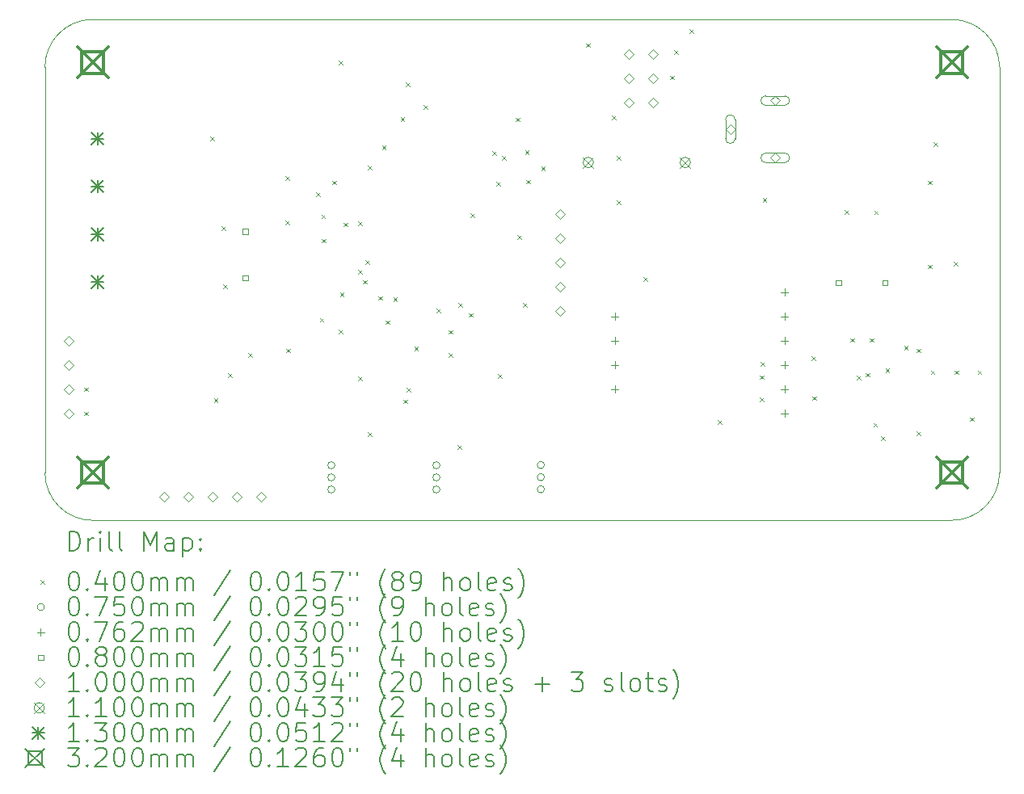
<source format=gbr>
%TF.GenerationSoftware,KiCad,Pcbnew,8.0.0*%
%TF.CreationDate,2024-03-12T01:14:02-04:00*%
%TF.ProjectId,ORA_ControlBoard-main_Rev2,4f52415f-436f-46e7-9472-6f6c426f6172,rev?*%
%TF.SameCoordinates,Original*%
%TF.FileFunction,Drillmap*%
%TF.FilePolarity,Positive*%
%FSLAX45Y45*%
G04 Gerber Fmt 4.5, Leading zero omitted, Abs format (unit mm)*
G04 Created by KiCad (PCBNEW 8.0.0) date 2024-03-12 01:14:02*
%MOMM*%
%LPD*%
G01*
G04 APERTURE LIST*
%ADD10C,0.100000*%
%ADD11C,0.200000*%
%ADD12C,0.110000*%
%ADD13C,0.130000*%
%ADD14C,0.320000*%
G04 APERTURE END LIST*
D10*
X9000000Y-5500000D02*
G75*
G02*
X9500000Y-5000000I500000J0D01*
G01*
X9500000Y-10250000D02*
G75*
G02*
X9000000Y-9750000I0J500000D01*
G01*
X19000000Y-9750000D02*
X19000000Y-5500000D01*
X18500000Y-5000000D02*
X9500000Y-5000000D01*
X9000000Y-5500000D02*
X9000000Y-9750000D01*
X19000000Y-9750000D02*
G75*
G02*
X18500000Y-10250000I-500000J0D01*
G01*
X18500000Y-5000000D02*
G75*
G02*
X19000000Y-5500000I0J-500000D01*
G01*
X9500000Y-10250000D02*
X18500000Y-10250000D01*
D11*
D10*
X9410000Y-8858000D02*
X9450000Y-8898000D01*
X9450000Y-8858000D02*
X9410000Y-8898000D01*
X9410000Y-9110000D02*
X9450000Y-9150000D01*
X9450000Y-9110000D02*
X9410000Y-9150000D01*
X10730000Y-6230000D02*
X10770000Y-6270000D01*
X10770000Y-6230000D02*
X10730000Y-6270000D01*
X10770000Y-8970000D02*
X10810000Y-9010000D01*
X10810000Y-8970000D02*
X10770000Y-9010000D01*
X10850000Y-7170000D02*
X10890000Y-7210000D01*
X10890000Y-7170000D02*
X10850000Y-7210000D01*
X10870000Y-7780000D02*
X10910000Y-7820000D01*
X10910000Y-7780000D02*
X10870000Y-7820000D01*
X10920000Y-8710000D02*
X10960000Y-8750000D01*
X10960000Y-8710000D02*
X10920000Y-8750000D01*
X11130000Y-8500000D02*
X11170000Y-8540000D01*
X11170000Y-8500000D02*
X11130000Y-8540000D01*
X11520000Y-6640000D02*
X11560000Y-6680000D01*
X11560000Y-6640000D02*
X11520000Y-6680000D01*
X11520000Y-7110000D02*
X11560000Y-7150000D01*
X11560000Y-7110000D02*
X11520000Y-7150000D01*
X11530000Y-8450000D02*
X11570000Y-8490000D01*
X11570000Y-8450000D02*
X11530000Y-8490000D01*
X11838739Y-6809880D02*
X11878739Y-6849880D01*
X11878739Y-6809880D02*
X11838739Y-6849880D01*
X11880000Y-8130000D02*
X11920000Y-8170000D01*
X11920000Y-8130000D02*
X11880000Y-8170000D01*
X11895000Y-7045000D02*
X11935000Y-7085000D01*
X11935000Y-7045000D02*
X11895000Y-7085000D01*
X11900000Y-7300000D02*
X11940000Y-7340000D01*
X11940000Y-7300000D02*
X11900000Y-7340000D01*
X12010000Y-6690000D02*
X12050000Y-6730000D01*
X12050000Y-6690000D02*
X12010000Y-6730000D01*
X12080000Y-5430000D02*
X12120000Y-5470000D01*
X12120000Y-5430000D02*
X12080000Y-5470000D01*
X12080000Y-8250000D02*
X12120000Y-8290000D01*
X12120000Y-8250000D02*
X12080000Y-8290000D01*
X12090000Y-7860000D02*
X12130000Y-7900000D01*
X12130000Y-7860000D02*
X12090000Y-7900000D01*
X12130000Y-7130000D02*
X12170000Y-7170000D01*
X12170000Y-7130000D02*
X12130000Y-7170000D01*
X12280000Y-7120000D02*
X12320000Y-7160000D01*
X12320000Y-7120000D02*
X12280000Y-7160000D01*
X12280000Y-7624950D02*
X12320000Y-7664950D01*
X12320000Y-7624950D02*
X12280000Y-7664950D01*
X12280000Y-8740000D02*
X12320000Y-8780000D01*
X12320000Y-8740000D02*
X12280000Y-8780000D01*
X12330000Y-7730000D02*
X12370000Y-7770000D01*
X12370000Y-7730000D02*
X12330000Y-7770000D01*
X12360000Y-7525000D02*
X12400000Y-7565000D01*
X12400000Y-7525000D02*
X12360000Y-7565000D01*
X12380000Y-6530000D02*
X12420000Y-6570000D01*
X12420000Y-6530000D02*
X12380000Y-6570000D01*
X12380000Y-9330000D02*
X12420000Y-9370000D01*
X12420000Y-9330000D02*
X12380000Y-9370000D01*
X12490000Y-7900000D02*
X12530000Y-7940000D01*
X12530000Y-7900000D02*
X12490000Y-7940000D01*
X12530000Y-6320000D02*
X12570000Y-6360000D01*
X12570000Y-6320000D02*
X12530000Y-6360000D01*
X12570000Y-8155050D02*
X12610000Y-8195050D01*
X12610000Y-8155050D02*
X12570000Y-8195050D01*
X12650000Y-7910000D02*
X12690000Y-7950000D01*
X12690000Y-7910000D02*
X12650000Y-7950000D01*
X12725000Y-6025000D02*
X12765000Y-6065000D01*
X12765000Y-6025000D02*
X12725000Y-6065000D01*
X12755000Y-8985000D02*
X12795000Y-9025000D01*
X12795000Y-8985000D02*
X12755000Y-9025000D01*
X12780000Y-5660000D02*
X12820000Y-5700000D01*
X12820000Y-5660000D02*
X12780000Y-5700000D01*
X12790000Y-8860000D02*
X12830000Y-8900000D01*
X12830000Y-8860000D02*
X12790000Y-8900000D01*
X12870000Y-8430000D02*
X12910000Y-8470000D01*
X12910000Y-8430000D02*
X12870000Y-8470000D01*
X12968750Y-5900000D02*
X13008750Y-5940000D01*
X13008750Y-5900000D02*
X12968750Y-5940000D01*
X13100000Y-8030000D02*
X13140000Y-8070000D01*
X13140000Y-8030000D02*
X13100000Y-8070000D01*
X13230000Y-8255050D02*
X13270000Y-8295050D01*
X13270000Y-8255050D02*
X13230000Y-8295050D01*
X13230000Y-8500000D02*
X13270000Y-8540000D01*
X13270000Y-8500000D02*
X13230000Y-8540000D01*
X13320000Y-9460000D02*
X13360000Y-9500000D01*
X13360000Y-9460000D02*
X13320000Y-9500000D01*
X13330000Y-7970000D02*
X13370000Y-8010000D01*
X13370000Y-7970000D02*
X13330000Y-8010000D01*
X13439928Y-8077500D02*
X13479928Y-8117500D01*
X13479928Y-8077500D02*
X13439928Y-8117500D01*
X13460000Y-7030000D02*
X13500000Y-7070000D01*
X13500000Y-7030000D02*
X13460000Y-7070000D01*
X13685000Y-6380000D02*
X13725000Y-6420000D01*
X13725000Y-6380000D02*
X13685000Y-6420000D01*
X13730000Y-6700000D02*
X13770000Y-6740000D01*
X13770000Y-6700000D02*
X13730000Y-6740000D01*
X13745000Y-8715000D02*
X13785000Y-8755000D01*
X13785000Y-8715000D02*
X13745000Y-8755000D01*
X13790000Y-6430000D02*
X13830000Y-6470000D01*
X13830000Y-6430000D02*
X13790000Y-6470000D01*
X13930000Y-6030000D02*
X13970000Y-6070000D01*
X13970000Y-6030000D02*
X13930000Y-6070000D01*
X13950000Y-7260000D02*
X13990000Y-7300000D01*
X13990000Y-7260000D02*
X13950000Y-7300000D01*
X14010000Y-7970000D02*
X14050000Y-8010000D01*
X14050000Y-7970000D02*
X14010000Y-8010000D01*
X14030000Y-6370000D02*
X14070000Y-6410000D01*
X14070000Y-6370000D02*
X14030000Y-6410000D01*
X14040000Y-6680000D02*
X14080000Y-6720000D01*
X14080000Y-6680000D02*
X14040000Y-6720000D01*
X14200000Y-6540000D02*
X14240000Y-6580000D01*
X14240000Y-6540000D02*
X14200000Y-6580000D01*
X14670000Y-5250000D02*
X14710000Y-5290000D01*
X14710000Y-5250000D02*
X14670000Y-5290000D01*
X14940000Y-6010000D02*
X14980000Y-6050000D01*
X14980000Y-6010000D02*
X14940000Y-6050000D01*
X14990000Y-6430000D02*
X15030000Y-6470000D01*
X15030000Y-6430000D02*
X14990000Y-6470000D01*
X14990000Y-6900000D02*
X15030000Y-6940000D01*
X15030000Y-6900000D02*
X14990000Y-6940000D01*
X15270000Y-7700000D02*
X15310000Y-7740000D01*
X15310000Y-7700000D02*
X15270000Y-7740000D01*
X15550000Y-5590000D02*
X15590000Y-5630000D01*
X15590000Y-5590000D02*
X15550000Y-5630000D01*
X15590000Y-5320000D02*
X15630000Y-5360000D01*
X15630000Y-5320000D02*
X15590000Y-5360000D01*
X15750000Y-5100000D02*
X15790000Y-5140000D01*
X15790000Y-5100000D02*
X15750000Y-5140000D01*
X16050000Y-9200000D02*
X16090000Y-9240000D01*
X16090000Y-9200000D02*
X16050000Y-9240000D01*
X16490000Y-8730000D02*
X16530000Y-8770000D01*
X16530000Y-8730000D02*
X16490000Y-8770000D01*
X16490000Y-8960000D02*
X16530000Y-9000000D01*
X16530000Y-8960000D02*
X16490000Y-9000000D01*
X16500000Y-8590000D02*
X16540000Y-8630000D01*
X16540000Y-8590000D02*
X16500000Y-8630000D01*
X16520000Y-6870000D02*
X16560000Y-6910000D01*
X16560000Y-6870000D02*
X16520000Y-6910000D01*
X17030000Y-8530000D02*
X17070000Y-8570000D01*
X17070000Y-8530000D02*
X17030000Y-8570000D01*
X17040000Y-8950000D02*
X17080000Y-8990000D01*
X17080000Y-8950000D02*
X17040000Y-8990000D01*
X17380000Y-7000000D02*
X17420000Y-7040000D01*
X17420000Y-7000000D02*
X17380000Y-7040000D01*
X17440000Y-8340000D02*
X17480000Y-8380000D01*
X17480000Y-8340000D02*
X17440000Y-8380000D01*
X17504063Y-8733217D02*
X17544063Y-8773217D01*
X17544063Y-8733217D02*
X17504063Y-8773217D01*
X17600000Y-8705000D02*
X17640000Y-8745000D01*
X17640000Y-8705000D02*
X17600000Y-8745000D01*
X17640000Y-8340000D02*
X17680000Y-8380000D01*
X17680000Y-8340000D02*
X17640000Y-8380000D01*
X17680000Y-9230000D02*
X17720000Y-9270000D01*
X17720000Y-9230000D02*
X17680000Y-9270000D01*
X17687000Y-7003000D02*
X17727000Y-7043000D01*
X17727000Y-7003000D02*
X17687000Y-7043000D01*
X17760000Y-9370000D02*
X17800000Y-9410000D01*
X17800000Y-9370000D02*
X17760000Y-9410000D01*
X17804942Y-8660000D02*
X17844942Y-8700000D01*
X17844942Y-8660000D02*
X17804942Y-8700000D01*
X18000000Y-8420000D02*
X18040000Y-8460000D01*
X18040000Y-8420000D02*
X18000000Y-8460000D01*
X18130000Y-8450000D02*
X18170000Y-8490000D01*
X18170000Y-8450000D02*
X18130000Y-8490000D01*
X18130000Y-9320000D02*
X18170000Y-9360000D01*
X18170000Y-9320000D02*
X18130000Y-9360000D01*
X18250000Y-6690000D02*
X18290000Y-6730000D01*
X18290000Y-6690000D02*
X18250000Y-6730000D01*
X18250000Y-7570000D02*
X18290000Y-7610000D01*
X18290000Y-7570000D02*
X18250000Y-7610000D01*
X18280000Y-8680000D02*
X18320000Y-8720000D01*
X18320000Y-8680000D02*
X18280000Y-8720000D01*
X18310000Y-6290000D02*
X18350000Y-6330000D01*
X18350000Y-6290000D02*
X18310000Y-6330000D01*
X18520000Y-7540000D02*
X18560000Y-7580000D01*
X18560000Y-7540000D02*
X18520000Y-7580000D01*
X18530000Y-8680000D02*
X18570000Y-8720000D01*
X18570000Y-8680000D02*
X18530000Y-8720000D01*
X18690000Y-9170000D02*
X18730000Y-9210000D01*
X18730000Y-9170000D02*
X18690000Y-9210000D01*
X18770000Y-8680000D02*
X18810000Y-8720000D01*
X18810000Y-8680000D02*
X18770000Y-8720000D01*
X12037500Y-9673000D02*
G75*
G02*
X11962500Y-9673000I-37500J0D01*
G01*
X11962500Y-9673000D02*
G75*
G02*
X12037500Y-9673000I37500J0D01*
G01*
X12037500Y-9800000D02*
G75*
G02*
X11962500Y-9800000I-37500J0D01*
G01*
X11962500Y-9800000D02*
G75*
G02*
X12037500Y-9800000I37500J0D01*
G01*
X12037500Y-9927000D02*
G75*
G02*
X11962500Y-9927000I-37500J0D01*
G01*
X11962500Y-9927000D02*
G75*
G02*
X12037500Y-9927000I37500J0D01*
G01*
X13137500Y-9673000D02*
G75*
G02*
X13062500Y-9673000I-37500J0D01*
G01*
X13062500Y-9673000D02*
G75*
G02*
X13137500Y-9673000I37500J0D01*
G01*
X13137500Y-9800000D02*
G75*
G02*
X13062500Y-9800000I-37500J0D01*
G01*
X13062500Y-9800000D02*
G75*
G02*
X13137500Y-9800000I37500J0D01*
G01*
X13137500Y-9927000D02*
G75*
G02*
X13062500Y-9927000I-37500J0D01*
G01*
X13062500Y-9927000D02*
G75*
G02*
X13137500Y-9927000I37500J0D01*
G01*
X14232750Y-9671000D02*
G75*
G02*
X14157750Y-9671000I-37500J0D01*
G01*
X14157750Y-9671000D02*
G75*
G02*
X14232750Y-9671000I37500J0D01*
G01*
X14232750Y-9798000D02*
G75*
G02*
X14157750Y-9798000I-37500J0D01*
G01*
X14157750Y-9798000D02*
G75*
G02*
X14232750Y-9798000I37500J0D01*
G01*
X14232750Y-9925000D02*
G75*
G02*
X14157750Y-9925000I-37500J0D01*
G01*
X14157750Y-9925000D02*
G75*
G02*
X14232750Y-9925000I37500J0D01*
G01*
X14971000Y-8073900D02*
X14971000Y-8150100D01*
X14932900Y-8112000D02*
X15009100Y-8112000D01*
X14971000Y-8327900D02*
X14971000Y-8404100D01*
X14932900Y-8366000D02*
X15009100Y-8366000D01*
X14971000Y-8581900D02*
X14971000Y-8658100D01*
X14932900Y-8620000D02*
X15009100Y-8620000D01*
X14971000Y-8835900D02*
X14971000Y-8912100D01*
X14932900Y-8874000D02*
X15009100Y-8874000D01*
X16749000Y-7819900D02*
X16749000Y-7896100D01*
X16710900Y-7858000D02*
X16787100Y-7858000D01*
X16749000Y-8073900D02*
X16749000Y-8150100D01*
X16710900Y-8112000D02*
X16787100Y-8112000D01*
X16749000Y-8327900D02*
X16749000Y-8404100D01*
X16710900Y-8366000D02*
X16787100Y-8366000D01*
X16749000Y-8581900D02*
X16749000Y-8658100D01*
X16710900Y-8620000D02*
X16787100Y-8620000D01*
X16749000Y-8835900D02*
X16749000Y-8912100D01*
X16710900Y-8874000D02*
X16787100Y-8874000D01*
X16749000Y-9089900D02*
X16749000Y-9166100D01*
X16710900Y-9128000D02*
X16787100Y-9128000D01*
X11128285Y-7250284D02*
X11128285Y-7193715D01*
X11071716Y-7193715D01*
X11071716Y-7250284D01*
X11128285Y-7250284D01*
X11128285Y-7738284D02*
X11128285Y-7681715D01*
X11071716Y-7681715D01*
X11071716Y-7738284D01*
X11128285Y-7738284D01*
X17340285Y-7788284D02*
X17340285Y-7731715D01*
X17283716Y-7731715D01*
X17283716Y-7788284D01*
X17340285Y-7788284D01*
X17828285Y-7788284D02*
X17828285Y-7731715D01*
X17771716Y-7731715D01*
X17771716Y-7788284D01*
X17828285Y-7788284D01*
X9250000Y-8420000D02*
X9300000Y-8370000D01*
X9250000Y-8320000D01*
X9200000Y-8370000D01*
X9250000Y-8420000D01*
X9250000Y-8674000D02*
X9300000Y-8624000D01*
X9250000Y-8574000D01*
X9200000Y-8624000D01*
X9250000Y-8674000D01*
X9250000Y-8928000D02*
X9300000Y-8878000D01*
X9250000Y-8828000D01*
X9200000Y-8878000D01*
X9250000Y-8928000D01*
X9250000Y-9182000D02*
X9300000Y-9132000D01*
X9250000Y-9082000D01*
X9200000Y-9132000D01*
X9250000Y-9182000D01*
X10246000Y-10050000D02*
X10296000Y-10000000D01*
X10246000Y-9950000D01*
X10196000Y-10000000D01*
X10246000Y-10050000D01*
X10500000Y-10050000D02*
X10550000Y-10000000D01*
X10500000Y-9950000D01*
X10450000Y-10000000D01*
X10500000Y-10050000D01*
X10754000Y-10050000D02*
X10804000Y-10000000D01*
X10754000Y-9950000D01*
X10704000Y-10000000D01*
X10754000Y-10050000D01*
X11008000Y-10050000D02*
X11058000Y-10000000D01*
X11008000Y-9950000D01*
X10958000Y-10000000D01*
X11008000Y-10050000D01*
X11262000Y-10050000D02*
X11312000Y-10000000D01*
X11262000Y-9950000D01*
X11212000Y-10000000D01*
X11262000Y-10050000D01*
X14400000Y-7088000D02*
X14450000Y-7038000D01*
X14400000Y-6988000D01*
X14350000Y-7038000D01*
X14400000Y-7088000D01*
X14400000Y-7342000D02*
X14450000Y-7292000D01*
X14400000Y-7242000D01*
X14350000Y-7292000D01*
X14400000Y-7342000D01*
X14400000Y-7596000D02*
X14450000Y-7546000D01*
X14400000Y-7496000D01*
X14350000Y-7546000D01*
X14400000Y-7596000D01*
X14400000Y-7850000D02*
X14450000Y-7800000D01*
X14400000Y-7750000D01*
X14350000Y-7800000D01*
X14400000Y-7850000D01*
X14400000Y-8104000D02*
X14450000Y-8054000D01*
X14400000Y-8004000D01*
X14350000Y-8054000D01*
X14400000Y-8104000D01*
X15116000Y-5416000D02*
X15166000Y-5366000D01*
X15116000Y-5316000D01*
X15066000Y-5366000D01*
X15116000Y-5416000D01*
X15116000Y-5670000D02*
X15166000Y-5620000D01*
X15116000Y-5570000D01*
X15066000Y-5620000D01*
X15116000Y-5670000D01*
X15116000Y-5924000D02*
X15166000Y-5874000D01*
X15116000Y-5824000D01*
X15066000Y-5874000D01*
X15116000Y-5924000D01*
X15370000Y-5416000D02*
X15420000Y-5366000D01*
X15370000Y-5316000D01*
X15320000Y-5366000D01*
X15370000Y-5416000D01*
X15370000Y-5670000D02*
X15420000Y-5620000D01*
X15370000Y-5570000D01*
X15320000Y-5620000D01*
X15370000Y-5670000D01*
X15370000Y-5924000D02*
X15420000Y-5874000D01*
X15370000Y-5824000D01*
X15320000Y-5874000D01*
X15370000Y-5924000D01*
X16180000Y-6200000D02*
X16230000Y-6150000D01*
X16180000Y-6100000D01*
X16130000Y-6150000D01*
X16180000Y-6200000D01*
X16130000Y-6050000D02*
X16130000Y-6250000D01*
X16230000Y-6250000D02*
G75*
G02*
X16130000Y-6250000I-50000J0D01*
G01*
X16230000Y-6250000D02*
X16230000Y-6050000D01*
X16230000Y-6050000D02*
G75*
G03*
X16130000Y-6050000I-50000J0D01*
G01*
X16650000Y-5900000D02*
X16700000Y-5850000D01*
X16650000Y-5800000D01*
X16600000Y-5850000D01*
X16650000Y-5900000D01*
X16750000Y-5800000D02*
X16550000Y-5800000D01*
X16550000Y-5900000D02*
G75*
G02*
X16550000Y-5800000I0J50000D01*
G01*
X16550000Y-5900000D02*
X16750000Y-5900000D01*
X16750000Y-5900000D02*
G75*
G03*
X16750000Y-5800000I0J50000D01*
G01*
X16650000Y-6500000D02*
X16700000Y-6450000D01*
X16650000Y-6400000D01*
X16600000Y-6450000D01*
X16650000Y-6500000D01*
X16750000Y-6400000D02*
X16550000Y-6400000D01*
X16550000Y-6500000D02*
G75*
G02*
X16550000Y-6400000I0J50000D01*
G01*
X16550000Y-6500000D02*
X16750000Y-6500000D01*
X16750000Y-6500000D02*
G75*
G03*
X16750000Y-6400000I0J50000D01*
G01*
D12*
X14637000Y-6445000D02*
X14747000Y-6555000D01*
X14747000Y-6445000D02*
X14637000Y-6555000D01*
X14747000Y-6500000D02*
G75*
G02*
X14637000Y-6500000I-55000J0D01*
G01*
X14637000Y-6500000D02*
G75*
G02*
X14747000Y-6500000I55000J0D01*
G01*
X15653000Y-6445000D02*
X15763000Y-6555000D01*
X15763000Y-6445000D02*
X15653000Y-6555000D01*
X15763000Y-6500000D02*
G75*
G02*
X15653000Y-6500000I-55000J0D01*
G01*
X15653000Y-6500000D02*
G75*
G02*
X15763000Y-6500000I55000J0D01*
G01*
D13*
X9485000Y-6185000D02*
X9615000Y-6315000D01*
X9615000Y-6185000D02*
X9485000Y-6315000D01*
X9550000Y-6185000D02*
X9550000Y-6315000D01*
X9485000Y-6250000D02*
X9615000Y-6250000D01*
X9485000Y-6685000D02*
X9615000Y-6815000D01*
X9615000Y-6685000D02*
X9485000Y-6815000D01*
X9550000Y-6685000D02*
X9550000Y-6815000D01*
X9485000Y-6750000D02*
X9615000Y-6750000D01*
X9485000Y-7185000D02*
X9615000Y-7315000D01*
X9615000Y-7185000D02*
X9485000Y-7315000D01*
X9550000Y-7185000D02*
X9550000Y-7315000D01*
X9485000Y-7250000D02*
X9615000Y-7250000D01*
X9485000Y-7685000D02*
X9615000Y-7815000D01*
X9615000Y-7685000D02*
X9485000Y-7815000D01*
X9550000Y-7685000D02*
X9550000Y-7815000D01*
X9485000Y-7750000D02*
X9615000Y-7750000D01*
D14*
X9340000Y-5290000D02*
X9660000Y-5610000D01*
X9660000Y-5290000D02*
X9340000Y-5610000D01*
X9613138Y-5563138D02*
X9613138Y-5336862D01*
X9386862Y-5336862D01*
X9386862Y-5563138D01*
X9613138Y-5563138D01*
X9340000Y-9590000D02*
X9660000Y-9910000D01*
X9660000Y-9590000D02*
X9340000Y-9910000D01*
X9613138Y-9863138D02*
X9613138Y-9636862D01*
X9386862Y-9636862D01*
X9386862Y-9863138D01*
X9613138Y-9863138D01*
X18340000Y-5290000D02*
X18660000Y-5610000D01*
X18660000Y-5290000D02*
X18340000Y-5610000D01*
X18613138Y-5563138D02*
X18613138Y-5336862D01*
X18386862Y-5336862D01*
X18386862Y-5563138D01*
X18613138Y-5563138D01*
X18340000Y-9590000D02*
X18660000Y-9910000D01*
X18660000Y-9590000D02*
X18340000Y-9910000D01*
X18613138Y-9863138D02*
X18613138Y-9636862D01*
X18386862Y-9636862D01*
X18386862Y-9863138D01*
X18613138Y-9863138D01*
D11*
X9255777Y-10566484D02*
X9255777Y-10366484D01*
X9255777Y-10366484D02*
X9303396Y-10366484D01*
X9303396Y-10366484D02*
X9331967Y-10376008D01*
X9331967Y-10376008D02*
X9351015Y-10395055D01*
X9351015Y-10395055D02*
X9360539Y-10414103D01*
X9360539Y-10414103D02*
X9370063Y-10452198D01*
X9370063Y-10452198D02*
X9370063Y-10480770D01*
X9370063Y-10480770D02*
X9360539Y-10518865D01*
X9360539Y-10518865D02*
X9351015Y-10537912D01*
X9351015Y-10537912D02*
X9331967Y-10556960D01*
X9331967Y-10556960D02*
X9303396Y-10566484D01*
X9303396Y-10566484D02*
X9255777Y-10566484D01*
X9455777Y-10566484D02*
X9455777Y-10433150D01*
X9455777Y-10471246D02*
X9465301Y-10452198D01*
X9465301Y-10452198D02*
X9474824Y-10442674D01*
X9474824Y-10442674D02*
X9493872Y-10433150D01*
X9493872Y-10433150D02*
X9512920Y-10433150D01*
X9579586Y-10566484D02*
X9579586Y-10433150D01*
X9579586Y-10366484D02*
X9570063Y-10376008D01*
X9570063Y-10376008D02*
X9579586Y-10385531D01*
X9579586Y-10385531D02*
X9589110Y-10376008D01*
X9589110Y-10376008D02*
X9579586Y-10366484D01*
X9579586Y-10366484D02*
X9579586Y-10385531D01*
X9703396Y-10566484D02*
X9684348Y-10556960D01*
X9684348Y-10556960D02*
X9674824Y-10537912D01*
X9674824Y-10537912D02*
X9674824Y-10366484D01*
X9808158Y-10566484D02*
X9789110Y-10556960D01*
X9789110Y-10556960D02*
X9779586Y-10537912D01*
X9779586Y-10537912D02*
X9779586Y-10366484D01*
X10036729Y-10566484D02*
X10036729Y-10366484D01*
X10036729Y-10366484D02*
X10103396Y-10509341D01*
X10103396Y-10509341D02*
X10170063Y-10366484D01*
X10170063Y-10366484D02*
X10170063Y-10566484D01*
X10351015Y-10566484D02*
X10351015Y-10461722D01*
X10351015Y-10461722D02*
X10341491Y-10442674D01*
X10341491Y-10442674D02*
X10322444Y-10433150D01*
X10322444Y-10433150D02*
X10284348Y-10433150D01*
X10284348Y-10433150D02*
X10265301Y-10442674D01*
X10351015Y-10556960D02*
X10331967Y-10566484D01*
X10331967Y-10566484D02*
X10284348Y-10566484D01*
X10284348Y-10566484D02*
X10265301Y-10556960D01*
X10265301Y-10556960D02*
X10255777Y-10537912D01*
X10255777Y-10537912D02*
X10255777Y-10518865D01*
X10255777Y-10518865D02*
X10265301Y-10499817D01*
X10265301Y-10499817D02*
X10284348Y-10490293D01*
X10284348Y-10490293D02*
X10331967Y-10490293D01*
X10331967Y-10490293D02*
X10351015Y-10480770D01*
X10446253Y-10433150D02*
X10446253Y-10633150D01*
X10446253Y-10442674D02*
X10465301Y-10433150D01*
X10465301Y-10433150D02*
X10503396Y-10433150D01*
X10503396Y-10433150D02*
X10522444Y-10442674D01*
X10522444Y-10442674D02*
X10531967Y-10452198D01*
X10531967Y-10452198D02*
X10541491Y-10471246D01*
X10541491Y-10471246D02*
X10541491Y-10528389D01*
X10541491Y-10528389D02*
X10531967Y-10547436D01*
X10531967Y-10547436D02*
X10522444Y-10556960D01*
X10522444Y-10556960D02*
X10503396Y-10566484D01*
X10503396Y-10566484D02*
X10465301Y-10566484D01*
X10465301Y-10566484D02*
X10446253Y-10556960D01*
X10627205Y-10547436D02*
X10636729Y-10556960D01*
X10636729Y-10556960D02*
X10627205Y-10566484D01*
X10627205Y-10566484D02*
X10617682Y-10556960D01*
X10617682Y-10556960D02*
X10627205Y-10547436D01*
X10627205Y-10547436D02*
X10627205Y-10566484D01*
X10627205Y-10442674D02*
X10636729Y-10452198D01*
X10636729Y-10452198D02*
X10627205Y-10461722D01*
X10627205Y-10461722D02*
X10617682Y-10452198D01*
X10617682Y-10452198D02*
X10627205Y-10442674D01*
X10627205Y-10442674D02*
X10627205Y-10461722D01*
D10*
X8955000Y-10875000D02*
X8995000Y-10915000D01*
X8995000Y-10875000D02*
X8955000Y-10915000D01*
D11*
X9293872Y-10786484D02*
X9312920Y-10786484D01*
X9312920Y-10786484D02*
X9331967Y-10796008D01*
X9331967Y-10796008D02*
X9341491Y-10805531D01*
X9341491Y-10805531D02*
X9351015Y-10824579D01*
X9351015Y-10824579D02*
X9360539Y-10862674D01*
X9360539Y-10862674D02*
X9360539Y-10910293D01*
X9360539Y-10910293D02*
X9351015Y-10948389D01*
X9351015Y-10948389D02*
X9341491Y-10967436D01*
X9341491Y-10967436D02*
X9331967Y-10976960D01*
X9331967Y-10976960D02*
X9312920Y-10986484D01*
X9312920Y-10986484D02*
X9293872Y-10986484D01*
X9293872Y-10986484D02*
X9274824Y-10976960D01*
X9274824Y-10976960D02*
X9265301Y-10967436D01*
X9265301Y-10967436D02*
X9255777Y-10948389D01*
X9255777Y-10948389D02*
X9246253Y-10910293D01*
X9246253Y-10910293D02*
X9246253Y-10862674D01*
X9246253Y-10862674D02*
X9255777Y-10824579D01*
X9255777Y-10824579D02*
X9265301Y-10805531D01*
X9265301Y-10805531D02*
X9274824Y-10796008D01*
X9274824Y-10796008D02*
X9293872Y-10786484D01*
X9446253Y-10967436D02*
X9455777Y-10976960D01*
X9455777Y-10976960D02*
X9446253Y-10986484D01*
X9446253Y-10986484D02*
X9436729Y-10976960D01*
X9436729Y-10976960D02*
X9446253Y-10967436D01*
X9446253Y-10967436D02*
X9446253Y-10986484D01*
X9627205Y-10853150D02*
X9627205Y-10986484D01*
X9579586Y-10776960D02*
X9531967Y-10919817D01*
X9531967Y-10919817D02*
X9655777Y-10919817D01*
X9770063Y-10786484D02*
X9789110Y-10786484D01*
X9789110Y-10786484D02*
X9808158Y-10796008D01*
X9808158Y-10796008D02*
X9817682Y-10805531D01*
X9817682Y-10805531D02*
X9827205Y-10824579D01*
X9827205Y-10824579D02*
X9836729Y-10862674D01*
X9836729Y-10862674D02*
X9836729Y-10910293D01*
X9836729Y-10910293D02*
X9827205Y-10948389D01*
X9827205Y-10948389D02*
X9817682Y-10967436D01*
X9817682Y-10967436D02*
X9808158Y-10976960D01*
X9808158Y-10976960D02*
X9789110Y-10986484D01*
X9789110Y-10986484D02*
X9770063Y-10986484D01*
X9770063Y-10986484D02*
X9751015Y-10976960D01*
X9751015Y-10976960D02*
X9741491Y-10967436D01*
X9741491Y-10967436D02*
X9731967Y-10948389D01*
X9731967Y-10948389D02*
X9722444Y-10910293D01*
X9722444Y-10910293D02*
X9722444Y-10862674D01*
X9722444Y-10862674D02*
X9731967Y-10824579D01*
X9731967Y-10824579D02*
X9741491Y-10805531D01*
X9741491Y-10805531D02*
X9751015Y-10796008D01*
X9751015Y-10796008D02*
X9770063Y-10786484D01*
X9960539Y-10786484D02*
X9979586Y-10786484D01*
X9979586Y-10786484D02*
X9998634Y-10796008D01*
X9998634Y-10796008D02*
X10008158Y-10805531D01*
X10008158Y-10805531D02*
X10017682Y-10824579D01*
X10017682Y-10824579D02*
X10027205Y-10862674D01*
X10027205Y-10862674D02*
X10027205Y-10910293D01*
X10027205Y-10910293D02*
X10017682Y-10948389D01*
X10017682Y-10948389D02*
X10008158Y-10967436D01*
X10008158Y-10967436D02*
X9998634Y-10976960D01*
X9998634Y-10976960D02*
X9979586Y-10986484D01*
X9979586Y-10986484D02*
X9960539Y-10986484D01*
X9960539Y-10986484D02*
X9941491Y-10976960D01*
X9941491Y-10976960D02*
X9931967Y-10967436D01*
X9931967Y-10967436D02*
X9922444Y-10948389D01*
X9922444Y-10948389D02*
X9912920Y-10910293D01*
X9912920Y-10910293D02*
X9912920Y-10862674D01*
X9912920Y-10862674D02*
X9922444Y-10824579D01*
X9922444Y-10824579D02*
X9931967Y-10805531D01*
X9931967Y-10805531D02*
X9941491Y-10796008D01*
X9941491Y-10796008D02*
X9960539Y-10786484D01*
X10112920Y-10986484D02*
X10112920Y-10853150D01*
X10112920Y-10872198D02*
X10122444Y-10862674D01*
X10122444Y-10862674D02*
X10141491Y-10853150D01*
X10141491Y-10853150D02*
X10170063Y-10853150D01*
X10170063Y-10853150D02*
X10189110Y-10862674D01*
X10189110Y-10862674D02*
X10198634Y-10881722D01*
X10198634Y-10881722D02*
X10198634Y-10986484D01*
X10198634Y-10881722D02*
X10208158Y-10862674D01*
X10208158Y-10862674D02*
X10227205Y-10853150D01*
X10227205Y-10853150D02*
X10255777Y-10853150D01*
X10255777Y-10853150D02*
X10274825Y-10862674D01*
X10274825Y-10862674D02*
X10284348Y-10881722D01*
X10284348Y-10881722D02*
X10284348Y-10986484D01*
X10379586Y-10986484D02*
X10379586Y-10853150D01*
X10379586Y-10872198D02*
X10389110Y-10862674D01*
X10389110Y-10862674D02*
X10408158Y-10853150D01*
X10408158Y-10853150D02*
X10436729Y-10853150D01*
X10436729Y-10853150D02*
X10455777Y-10862674D01*
X10455777Y-10862674D02*
X10465301Y-10881722D01*
X10465301Y-10881722D02*
X10465301Y-10986484D01*
X10465301Y-10881722D02*
X10474825Y-10862674D01*
X10474825Y-10862674D02*
X10493872Y-10853150D01*
X10493872Y-10853150D02*
X10522444Y-10853150D01*
X10522444Y-10853150D02*
X10541491Y-10862674D01*
X10541491Y-10862674D02*
X10551015Y-10881722D01*
X10551015Y-10881722D02*
X10551015Y-10986484D01*
X10941491Y-10776960D02*
X10770063Y-11034103D01*
X11198634Y-10786484D02*
X11217682Y-10786484D01*
X11217682Y-10786484D02*
X11236729Y-10796008D01*
X11236729Y-10796008D02*
X11246253Y-10805531D01*
X11246253Y-10805531D02*
X11255777Y-10824579D01*
X11255777Y-10824579D02*
X11265301Y-10862674D01*
X11265301Y-10862674D02*
X11265301Y-10910293D01*
X11265301Y-10910293D02*
X11255777Y-10948389D01*
X11255777Y-10948389D02*
X11246253Y-10967436D01*
X11246253Y-10967436D02*
X11236729Y-10976960D01*
X11236729Y-10976960D02*
X11217682Y-10986484D01*
X11217682Y-10986484D02*
X11198634Y-10986484D01*
X11198634Y-10986484D02*
X11179587Y-10976960D01*
X11179587Y-10976960D02*
X11170063Y-10967436D01*
X11170063Y-10967436D02*
X11160539Y-10948389D01*
X11160539Y-10948389D02*
X11151015Y-10910293D01*
X11151015Y-10910293D02*
X11151015Y-10862674D01*
X11151015Y-10862674D02*
X11160539Y-10824579D01*
X11160539Y-10824579D02*
X11170063Y-10805531D01*
X11170063Y-10805531D02*
X11179587Y-10796008D01*
X11179587Y-10796008D02*
X11198634Y-10786484D01*
X11351015Y-10967436D02*
X11360539Y-10976960D01*
X11360539Y-10976960D02*
X11351015Y-10986484D01*
X11351015Y-10986484D02*
X11341491Y-10976960D01*
X11341491Y-10976960D02*
X11351015Y-10967436D01*
X11351015Y-10967436D02*
X11351015Y-10986484D01*
X11484348Y-10786484D02*
X11503396Y-10786484D01*
X11503396Y-10786484D02*
X11522444Y-10796008D01*
X11522444Y-10796008D02*
X11531967Y-10805531D01*
X11531967Y-10805531D02*
X11541491Y-10824579D01*
X11541491Y-10824579D02*
X11551015Y-10862674D01*
X11551015Y-10862674D02*
X11551015Y-10910293D01*
X11551015Y-10910293D02*
X11541491Y-10948389D01*
X11541491Y-10948389D02*
X11531967Y-10967436D01*
X11531967Y-10967436D02*
X11522444Y-10976960D01*
X11522444Y-10976960D02*
X11503396Y-10986484D01*
X11503396Y-10986484D02*
X11484348Y-10986484D01*
X11484348Y-10986484D02*
X11465301Y-10976960D01*
X11465301Y-10976960D02*
X11455777Y-10967436D01*
X11455777Y-10967436D02*
X11446253Y-10948389D01*
X11446253Y-10948389D02*
X11436729Y-10910293D01*
X11436729Y-10910293D02*
X11436729Y-10862674D01*
X11436729Y-10862674D02*
X11446253Y-10824579D01*
X11446253Y-10824579D02*
X11455777Y-10805531D01*
X11455777Y-10805531D02*
X11465301Y-10796008D01*
X11465301Y-10796008D02*
X11484348Y-10786484D01*
X11741491Y-10986484D02*
X11627206Y-10986484D01*
X11684348Y-10986484D02*
X11684348Y-10786484D01*
X11684348Y-10786484D02*
X11665301Y-10815055D01*
X11665301Y-10815055D02*
X11646253Y-10834103D01*
X11646253Y-10834103D02*
X11627206Y-10843627D01*
X11922444Y-10786484D02*
X11827206Y-10786484D01*
X11827206Y-10786484D02*
X11817682Y-10881722D01*
X11817682Y-10881722D02*
X11827206Y-10872198D01*
X11827206Y-10872198D02*
X11846253Y-10862674D01*
X11846253Y-10862674D02*
X11893872Y-10862674D01*
X11893872Y-10862674D02*
X11912920Y-10872198D01*
X11912920Y-10872198D02*
X11922444Y-10881722D01*
X11922444Y-10881722D02*
X11931967Y-10900770D01*
X11931967Y-10900770D02*
X11931967Y-10948389D01*
X11931967Y-10948389D02*
X11922444Y-10967436D01*
X11922444Y-10967436D02*
X11912920Y-10976960D01*
X11912920Y-10976960D02*
X11893872Y-10986484D01*
X11893872Y-10986484D02*
X11846253Y-10986484D01*
X11846253Y-10986484D02*
X11827206Y-10976960D01*
X11827206Y-10976960D02*
X11817682Y-10967436D01*
X11998634Y-10786484D02*
X12131967Y-10786484D01*
X12131967Y-10786484D02*
X12046253Y-10986484D01*
X12198634Y-10786484D02*
X12198634Y-10824579D01*
X12274825Y-10786484D02*
X12274825Y-10824579D01*
X12570063Y-11062674D02*
X12560539Y-11053150D01*
X12560539Y-11053150D02*
X12541491Y-11024579D01*
X12541491Y-11024579D02*
X12531968Y-11005531D01*
X12531968Y-11005531D02*
X12522444Y-10976960D01*
X12522444Y-10976960D02*
X12512920Y-10929341D01*
X12512920Y-10929341D02*
X12512920Y-10891246D01*
X12512920Y-10891246D02*
X12522444Y-10843627D01*
X12522444Y-10843627D02*
X12531968Y-10815055D01*
X12531968Y-10815055D02*
X12541491Y-10796008D01*
X12541491Y-10796008D02*
X12560539Y-10767436D01*
X12560539Y-10767436D02*
X12570063Y-10757912D01*
X12674825Y-10872198D02*
X12655777Y-10862674D01*
X12655777Y-10862674D02*
X12646253Y-10853150D01*
X12646253Y-10853150D02*
X12636729Y-10834103D01*
X12636729Y-10834103D02*
X12636729Y-10824579D01*
X12636729Y-10824579D02*
X12646253Y-10805531D01*
X12646253Y-10805531D02*
X12655777Y-10796008D01*
X12655777Y-10796008D02*
X12674825Y-10786484D01*
X12674825Y-10786484D02*
X12712920Y-10786484D01*
X12712920Y-10786484D02*
X12731968Y-10796008D01*
X12731968Y-10796008D02*
X12741491Y-10805531D01*
X12741491Y-10805531D02*
X12751015Y-10824579D01*
X12751015Y-10824579D02*
X12751015Y-10834103D01*
X12751015Y-10834103D02*
X12741491Y-10853150D01*
X12741491Y-10853150D02*
X12731968Y-10862674D01*
X12731968Y-10862674D02*
X12712920Y-10872198D01*
X12712920Y-10872198D02*
X12674825Y-10872198D01*
X12674825Y-10872198D02*
X12655777Y-10881722D01*
X12655777Y-10881722D02*
X12646253Y-10891246D01*
X12646253Y-10891246D02*
X12636729Y-10910293D01*
X12636729Y-10910293D02*
X12636729Y-10948389D01*
X12636729Y-10948389D02*
X12646253Y-10967436D01*
X12646253Y-10967436D02*
X12655777Y-10976960D01*
X12655777Y-10976960D02*
X12674825Y-10986484D01*
X12674825Y-10986484D02*
X12712920Y-10986484D01*
X12712920Y-10986484D02*
X12731968Y-10976960D01*
X12731968Y-10976960D02*
X12741491Y-10967436D01*
X12741491Y-10967436D02*
X12751015Y-10948389D01*
X12751015Y-10948389D02*
X12751015Y-10910293D01*
X12751015Y-10910293D02*
X12741491Y-10891246D01*
X12741491Y-10891246D02*
X12731968Y-10881722D01*
X12731968Y-10881722D02*
X12712920Y-10872198D01*
X12846253Y-10986484D02*
X12884348Y-10986484D01*
X12884348Y-10986484D02*
X12903396Y-10976960D01*
X12903396Y-10976960D02*
X12912920Y-10967436D01*
X12912920Y-10967436D02*
X12931968Y-10938865D01*
X12931968Y-10938865D02*
X12941491Y-10900770D01*
X12941491Y-10900770D02*
X12941491Y-10824579D01*
X12941491Y-10824579D02*
X12931968Y-10805531D01*
X12931968Y-10805531D02*
X12922444Y-10796008D01*
X12922444Y-10796008D02*
X12903396Y-10786484D01*
X12903396Y-10786484D02*
X12865301Y-10786484D01*
X12865301Y-10786484D02*
X12846253Y-10796008D01*
X12846253Y-10796008D02*
X12836729Y-10805531D01*
X12836729Y-10805531D02*
X12827206Y-10824579D01*
X12827206Y-10824579D02*
X12827206Y-10872198D01*
X12827206Y-10872198D02*
X12836729Y-10891246D01*
X12836729Y-10891246D02*
X12846253Y-10900770D01*
X12846253Y-10900770D02*
X12865301Y-10910293D01*
X12865301Y-10910293D02*
X12903396Y-10910293D01*
X12903396Y-10910293D02*
X12922444Y-10900770D01*
X12922444Y-10900770D02*
X12931968Y-10891246D01*
X12931968Y-10891246D02*
X12941491Y-10872198D01*
X13179587Y-10986484D02*
X13179587Y-10786484D01*
X13265301Y-10986484D02*
X13265301Y-10881722D01*
X13265301Y-10881722D02*
X13255777Y-10862674D01*
X13255777Y-10862674D02*
X13236730Y-10853150D01*
X13236730Y-10853150D02*
X13208158Y-10853150D01*
X13208158Y-10853150D02*
X13189110Y-10862674D01*
X13189110Y-10862674D02*
X13179587Y-10872198D01*
X13389110Y-10986484D02*
X13370063Y-10976960D01*
X13370063Y-10976960D02*
X13360539Y-10967436D01*
X13360539Y-10967436D02*
X13351015Y-10948389D01*
X13351015Y-10948389D02*
X13351015Y-10891246D01*
X13351015Y-10891246D02*
X13360539Y-10872198D01*
X13360539Y-10872198D02*
X13370063Y-10862674D01*
X13370063Y-10862674D02*
X13389110Y-10853150D01*
X13389110Y-10853150D02*
X13417682Y-10853150D01*
X13417682Y-10853150D02*
X13436730Y-10862674D01*
X13436730Y-10862674D02*
X13446253Y-10872198D01*
X13446253Y-10872198D02*
X13455777Y-10891246D01*
X13455777Y-10891246D02*
X13455777Y-10948389D01*
X13455777Y-10948389D02*
X13446253Y-10967436D01*
X13446253Y-10967436D02*
X13436730Y-10976960D01*
X13436730Y-10976960D02*
X13417682Y-10986484D01*
X13417682Y-10986484D02*
X13389110Y-10986484D01*
X13570063Y-10986484D02*
X13551015Y-10976960D01*
X13551015Y-10976960D02*
X13541491Y-10957912D01*
X13541491Y-10957912D02*
X13541491Y-10786484D01*
X13722444Y-10976960D02*
X13703396Y-10986484D01*
X13703396Y-10986484D02*
X13665301Y-10986484D01*
X13665301Y-10986484D02*
X13646253Y-10976960D01*
X13646253Y-10976960D02*
X13636730Y-10957912D01*
X13636730Y-10957912D02*
X13636730Y-10881722D01*
X13636730Y-10881722D02*
X13646253Y-10862674D01*
X13646253Y-10862674D02*
X13665301Y-10853150D01*
X13665301Y-10853150D02*
X13703396Y-10853150D01*
X13703396Y-10853150D02*
X13722444Y-10862674D01*
X13722444Y-10862674D02*
X13731968Y-10881722D01*
X13731968Y-10881722D02*
X13731968Y-10900770D01*
X13731968Y-10900770D02*
X13636730Y-10919817D01*
X13808158Y-10976960D02*
X13827206Y-10986484D01*
X13827206Y-10986484D02*
X13865301Y-10986484D01*
X13865301Y-10986484D02*
X13884349Y-10976960D01*
X13884349Y-10976960D02*
X13893872Y-10957912D01*
X13893872Y-10957912D02*
X13893872Y-10948389D01*
X13893872Y-10948389D02*
X13884349Y-10929341D01*
X13884349Y-10929341D02*
X13865301Y-10919817D01*
X13865301Y-10919817D02*
X13836730Y-10919817D01*
X13836730Y-10919817D02*
X13817682Y-10910293D01*
X13817682Y-10910293D02*
X13808158Y-10891246D01*
X13808158Y-10891246D02*
X13808158Y-10881722D01*
X13808158Y-10881722D02*
X13817682Y-10862674D01*
X13817682Y-10862674D02*
X13836730Y-10853150D01*
X13836730Y-10853150D02*
X13865301Y-10853150D01*
X13865301Y-10853150D02*
X13884349Y-10862674D01*
X13960539Y-11062674D02*
X13970063Y-11053150D01*
X13970063Y-11053150D02*
X13989111Y-11024579D01*
X13989111Y-11024579D02*
X13998634Y-11005531D01*
X13998634Y-11005531D02*
X14008158Y-10976960D01*
X14008158Y-10976960D02*
X14017682Y-10929341D01*
X14017682Y-10929341D02*
X14017682Y-10891246D01*
X14017682Y-10891246D02*
X14008158Y-10843627D01*
X14008158Y-10843627D02*
X13998634Y-10815055D01*
X13998634Y-10815055D02*
X13989111Y-10796008D01*
X13989111Y-10796008D02*
X13970063Y-10767436D01*
X13970063Y-10767436D02*
X13960539Y-10757912D01*
D10*
X8995000Y-11159000D02*
G75*
G02*
X8920000Y-11159000I-37500J0D01*
G01*
X8920000Y-11159000D02*
G75*
G02*
X8995000Y-11159000I37500J0D01*
G01*
D11*
X9293872Y-11050484D02*
X9312920Y-11050484D01*
X9312920Y-11050484D02*
X9331967Y-11060008D01*
X9331967Y-11060008D02*
X9341491Y-11069531D01*
X9341491Y-11069531D02*
X9351015Y-11088579D01*
X9351015Y-11088579D02*
X9360539Y-11126674D01*
X9360539Y-11126674D02*
X9360539Y-11174293D01*
X9360539Y-11174293D02*
X9351015Y-11212388D01*
X9351015Y-11212388D02*
X9341491Y-11231436D01*
X9341491Y-11231436D02*
X9331967Y-11240960D01*
X9331967Y-11240960D02*
X9312920Y-11250484D01*
X9312920Y-11250484D02*
X9293872Y-11250484D01*
X9293872Y-11250484D02*
X9274824Y-11240960D01*
X9274824Y-11240960D02*
X9265301Y-11231436D01*
X9265301Y-11231436D02*
X9255777Y-11212388D01*
X9255777Y-11212388D02*
X9246253Y-11174293D01*
X9246253Y-11174293D02*
X9246253Y-11126674D01*
X9246253Y-11126674D02*
X9255777Y-11088579D01*
X9255777Y-11088579D02*
X9265301Y-11069531D01*
X9265301Y-11069531D02*
X9274824Y-11060008D01*
X9274824Y-11060008D02*
X9293872Y-11050484D01*
X9446253Y-11231436D02*
X9455777Y-11240960D01*
X9455777Y-11240960D02*
X9446253Y-11250484D01*
X9446253Y-11250484D02*
X9436729Y-11240960D01*
X9436729Y-11240960D02*
X9446253Y-11231436D01*
X9446253Y-11231436D02*
X9446253Y-11250484D01*
X9522444Y-11050484D02*
X9655777Y-11050484D01*
X9655777Y-11050484D02*
X9570063Y-11250484D01*
X9827205Y-11050484D02*
X9731967Y-11050484D01*
X9731967Y-11050484D02*
X9722444Y-11145722D01*
X9722444Y-11145722D02*
X9731967Y-11136198D01*
X9731967Y-11136198D02*
X9751015Y-11126674D01*
X9751015Y-11126674D02*
X9798634Y-11126674D01*
X9798634Y-11126674D02*
X9817682Y-11136198D01*
X9817682Y-11136198D02*
X9827205Y-11145722D01*
X9827205Y-11145722D02*
X9836729Y-11164770D01*
X9836729Y-11164770D02*
X9836729Y-11212388D01*
X9836729Y-11212388D02*
X9827205Y-11231436D01*
X9827205Y-11231436D02*
X9817682Y-11240960D01*
X9817682Y-11240960D02*
X9798634Y-11250484D01*
X9798634Y-11250484D02*
X9751015Y-11250484D01*
X9751015Y-11250484D02*
X9731967Y-11240960D01*
X9731967Y-11240960D02*
X9722444Y-11231436D01*
X9960539Y-11050484D02*
X9979586Y-11050484D01*
X9979586Y-11050484D02*
X9998634Y-11060008D01*
X9998634Y-11060008D02*
X10008158Y-11069531D01*
X10008158Y-11069531D02*
X10017682Y-11088579D01*
X10017682Y-11088579D02*
X10027205Y-11126674D01*
X10027205Y-11126674D02*
X10027205Y-11174293D01*
X10027205Y-11174293D02*
X10017682Y-11212388D01*
X10017682Y-11212388D02*
X10008158Y-11231436D01*
X10008158Y-11231436D02*
X9998634Y-11240960D01*
X9998634Y-11240960D02*
X9979586Y-11250484D01*
X9979586Y-11250484D02*
X9960539Y-11250484D01*
X9960539Y-11250484D02*
X9941491Y-11240960D01*
X9941491Y-11240960D02*
X9931967Y-11231436D01*
X9931967Y-11231436D02*
X9922444Y-11212388D01*
X9922444Y-11212388D02*
X9912920Y-11174293D01*
X9912920Y-11174293D02*
X9912920Y-11126674D01*
X9912920Y-11126674D02*
X9922444Y-11088579D01*
X9922444Y-11088579D02*
X9931967Y-11069531D01*
X9931967Y-11069531D02*
X9941491Y-11060008D01*
X9941491Y-11060008D02*
X9960539Y-11050484D01*
X10112920Y-11250484D02*
X10112920Y-11117150D01*
X10112920Y-11136198D02*
X10122444Y-11126674D01*
X10122444Y-11126674D02*
X10141491Y-11117150D01*
X10141491Y-11117150D02*
X10170063Y-11117150D01*
X10170063Y-11117150D02*
X10189110Y-11126674D01*
X10189110Y-11126674D02*
X10198634Y-11145722D01*
X10198634Y-11145722D02*
X10198634Y-11250484D01*
X10198634Y-11145722D02*
X10208158Y-11126674D01*
X10208158Y-11126674D02*
X10227205Y-11117150D01*
X10227205Y-11117150D02*
X10255777Y-11117150D01*
X10255777Y-11117150D02*
X10274825Y-11126674D01*
X10274825Y-11126674D02*
X10284348Y-11145722D01*
X10284348Y-11145722D02*
X10284348Y-11250484D01*
X10379586Y-11250484D02*
X10379586Y-11117150D01*
X10379586Y-11136198D02*
X10389110Y-11126674D01*
X10389110Y-11126674D02*
X10408158Y-11117150D01*
X10408158Y-11117150D02*
X10436729Y-11117150D01*
X10436729Y-11117150D02*
X10455777Y-11126674D01*
X10455777Y-11126674D02*
X10465301Y-11145722D01*
X10465301Y-11145722D02*
X10465301Y-11250484D01*
X10465301Y-11145722D02*
X10474825Y-11126674D01*
X10474825Y-11126674D02*
X10493872Y-11117150D01*
X10493872Y-11117150D02*
X10522444Y-11117150D01*
X10522444Y-11117150D02*
X10541491Y-11126674D01*
X10541491Y-11126674D02*
X10551015Y-11145722D01*
X10551015Y-11145722D02*
X10551015Y-11250484D01*
X10941491Y-11040960D02*
X10770063Y-11298103D01*
X11198634Y-11050484D02*
X11217682Y-11050484D01*
X11217682Y-11050484D02*
X11236729Y-11060008D01*
X11236729Y-11060008D02*
X11246253Y-11069531D01*
X11246253Y-11069531D02*
X11255777Y-11088579D01*
X11255777Y-11088579D02*
X11265301Y-11126674D01*
X11265301Y-11126674D02*
X11265301Y-11174293D01*
X11265301Y-11174293D02*
X11255777Y-11212388D01*
X11255777Y-11212388D02*
X11246253Y-11231436D01*
X11246253Y-11231436D02*
X11236729Y-11240960D01*
X11236729Y-11240960D02*
X11217682Y-11250484D01*
X11217682Y-11250484D02*
X11198634Y-11250484D01*
X11198634Y-11250484D02*
X11179587Y-11240960D01*
X11179587Y-11240960D02*
X11170063Y-11231436D01*
X11170063Y-11231436D02*
X11160539Y-11212388D01*
X11160539Y-11212388D02*
X11151015Y-11174293D01*
X11151015Y-11174293D02*
X11151015Y-11126674D01*
X11151015Y-11126674D02*
X11160539Y-11088579D01*
X11160539Y-11088579D02*
X11170063Y-11069531D01*
X11170063Y-11069531D02*
X11179587Y-11060008D01*
X11179587Y-11060008D02*
X11198634Y-11050484D01*
X11351015Y-11231436D02*
X11360539Y-11240960D01*
X11360539Y-11240960D02*
X11351015Y-11250484D01*
X11351015Y-11250484D02*
X11341491Y-11240960D01*
X11341491Y-11240960D02*
X11351015Y-11231436D01*
X11351015Y-11231436D02*
X11351015Y-11250484D01*
X11484348Y-11050484D02*
X11503396Y-11050484D01*
X11503396Y-11050484D02*
X11522444Y-11060008D01*
X11522444Y-11060008D02*
X11531967Y-11069531D01*
X11531967Y-11069531D02*
X11541491Y-11088579D01*
X11541491Y-11088579D02*
X11551015Y-11126674D01*
X11551015Y-11126674D02*
X11551015Y-11174293D01*
X11551015Y-11174293D02*
X11541491Y-11212388D01*
X11541491Y-11212388D02*
X11531967Y-11231436D01*
X11531967Y-11231436D02*
X11522444Y-11240960D01*
X11522444Y-11240960D02*
X11503396Y-11250484D01*
X11503396Y-11250484D02*
X11484348Y-11250484D01*
X11484348Y-11250484D02*
X11465301Y-11240960D01*
X11465301Y-11240960D02*
X11455777Y-11231436D01*
X11455777Y-11231436D02*
X11446253Y-11212388D01*
X11446253Y-11212388D02*
X11436729Y-11174293D01*
X11436729Y-11174293D02*
X11436729Y-11126674D01*
X11436729Y-11126674D02*
X11446253Y-11088579D01*
X11446253Y-11088579D02*
X11455777Y-11069531D01*
X11455777Y-11069531D02*
X11465301Y-11060008D01*
X11465301Y-11060008D02*
X11484348Y-11050484D01*
X11627206Y-11069531D02*
X11636729Y-11060008D01*
X11636729Y-11060008D02*
X11655777Y-11050484D01*
X11655777Y-11050484D02*
X11703396Y-11050484D01*
X11703396Y-11050484D02*
X11722444Y-11060008D01*
X11722444Y-11060008D02*
X11731967Y-11069531D01*
X11731967Y-11069531D02*
X11741491Y-11088579D01*
X11741491Y-11088579D02*
X11741491Y-11107627D01*
X11741491Y-11107627D02*
X11731967Y-11136198D01*
X11731967Y-11136198D02*
X11617682Y-11250484D01*
X11617682Y-11250484D02*
X11741491Y-11250484D01*
X11836729Y-11250484D02*
X11874825Y-11250484D01*
X11874825Y-11250484D02*
X11893872Y-11240960D01*
X11893872Y-11240960D02*
X11903396Y-11231436D01*
X11903396Y-11231436D02*
X11922444Y-11202865D01*
X11922444Y-11202865D02*
X11931967Y-11164770D01*
X11931967Y-11164770D02*
X11931967Y-11088579D01*
X11931967Y-11088579D02*
X11922444Y-11069531D01*
X11922444Y-11069531D02*
X11912920Y-11060008D01*
X11912920Y-11060008D02*
X11893872Y-11050484D01*
X11893872Y-11050484D02*
X11855777Y-11050484D01*
X11855777Y-11050484D02*
X11836729Y-11060008D01*
X11836729Y-11060008D02*
X11827206Y-11069531D01*
X11827206Y-11069531D02*
X11817682Y-11088579D01*
X11817682Y-11088579D02*
X11817682Y-11136198D01*
X11817682Y-11136198D02*
X11827206Y-11155246D01*
X11827206Y-11155246D02*
X11836729Y-11164770D01*
X11836729Y-11164770D02*
X11855777Y-11174293D01*
X11855777Y-11174293D02*
X11893872Y-11174293D01*
X11893872Y-11174293D02*
X11912920Y-11164770D01*
X11912920Y-11164770D02*
X11922444Y-11155246D01*
X11922444Y-11155246D02*
X11931967Y-11136198D01*
X12112920Y-11050484D02*
X12017682Y-11050484D01*
X12017682Y-11050484D02*
X12008158Y-11145722D01*
X12008158Y-11145722D02*
X12017682Y-11136198D01*
X12017682Y-11136198D02*
X12036729Y-11126674D01*
X12036729Y-11126674D02*
X12084348Y-11126674D01*
X12084348Y-11126674D02*
X12103396Y-11136198D01*
X12103396Y-11136198D02*
X12112920Y-11145722D01*
X12112920Y-11145722D02*
X12122444Y-11164770D01*
X12122444Y-11164770D02*
X12122444Y-11212388D01*
X12122444Y-11212388D02*
X12112920Y-11231436D01*
X12112920Y-11231436D02*
X12103396Y-11240960D01*
X12103396Y-11240960D02*
X12084348Y-11250484D01*
X12084348Y-11250484D02*
X12036729Y-11250484D01*
X12036729Y-11250484D02*
X12017682Y-11240960D01*
X12017682Y-11240960D02*
X12008158Y-11231436D01*
X12198634Y-11050484D02*
X12198634Y-11088579D01*
X12274825Y-11050484D02*
X12274825Y-11088579D01*
X12570063Y-11326674D02*
X12560539Y-11317150D01*
X12560539Y-11317150D02*
X12541491Y-11288579D01*
X12541491Y-11288579D02*
X12531968Y-11269531D01*
X12531968Y-11269531D02*
X12522444Y-11240960D01*
X12522444Y-11240960D02*
X12512920Y-11193341D01*
X12512920Y-11193341D02*
X12512920Y-11155246D01*
X12512920Y-11155246D02*
X12522444Y-11107627D01*
X12522444Y-11107627D02*
X12531968Y-11079055D01*
X12531968Y-11079055D02*
X12541491Y-11060008D01*
X12541491Y-11060008D02*
X12560539Y-11031436D01*
X12560539Y-11031436D02*
X12570063Y-11021912D01*
X12655777Y-11250484D02*
X12693872Y-11250484D01*
X12693872Y-11250484D02*
X12712920Y-11240960D01*
X12712920Y-11240960D02*
X12722444Y-11231436D01*
X12722444Y-11231436D02*
X12741491Y-11202865D01*
X12741491Y-11202865D02*
X12751015Y-11164770D01*
X12751015Y-11164770D02*
X12751015Y-11088579D01*
X12751015Y-11088579D02*
X12741491Y-11069531D01*
X12741491Y-11069531D02*
X12731968Y-11060008D01*
X12731968Y-11060008D02*
X12712920Y-11050484D01*
X12712920Y-11050484D02*
X12674825Y-11050484D01*
X12674825Y-11050484D02*
X12655777Y-11060008D01*
X12655777Y-11060008D02*
X12646253Y-11069531D01*
X12646253Y-11069531D02*
X12636729Y-11088579D01*
X12636729Y-11088579D02*
X12636729Y-11136198D01*
X12636729Y-11136198D02*
X12646253Y-11155246D01*
X12646253Y-11155246D02*
X12655777Y-11164770D01*
X12655777Y-11164770D02*
X12674825Y-11174293D01*
X12674825Y-11174293D02*
X12712920Y-11174293D01*
X12712920Y-11174293D02*
X12731968Y-11164770D01*
X12731968Y-11164770D02*
X12741491Y-11155246D01*
X12741491Y-11155246D02*
X12751015Y-11136198D01*
X12989110Y-11250484D02*
X12989110Y-11050484D01*
X13074825Y-11250484D02*
X13074825Y-11145722D01*
X13074825Y-11145722D02*
X13065301Y-11126674D01*
X13065301Y-11126674D02*
X13046253Y-11117150D01*
X13046253Y-11117150D02*
X13017682Y-11117150D01*
X13017682Y-11117150D02*
X12998634Y-11126674D01*
X12998634Y-11126674D02*
X12989110Y-11136198D01*
X13198634Y-11250484D02*
X13179587Y-11240960D01*
X13179587Y-11240960D02*
X13170063Y-11231436D01*
X13170063Y-11231436D02*
X13160539Y-11212388D01*
X13160539Y-11212388D02*
X13160539Y-11155246D01*
X13160539Y-11155246D02*
X13170063Y-11136198D01*
X13170063Y-11136198D02*
X13179587Y-11126674D01*
X13179587Y-11126674D02*
X13198634Y-11117150D01*
X13198634Y-11117150D02*
X13227206Y-11117150D01*
X13227206Y-11117150D02*
X13246253Y-11126674D01*
X13246253Y-11126674D02*
X13255777Y-11136198D01*
X13255777Y-11136198D02*
X13265301Y-11155246D01*
X13265301Y-11155246D02*
X13265301Y-11212388D01*
X13265301Y-11212388D02*
X13255777Y-11231436D01*
X13255777Y-11231436D02*
X13246253Y-11240960D01*
X13246253Y-11240960D02*
X13227206Y-11250484D01*
X13227206Y-11250484D02*
X13198634Y-11250484D01*
X13379587Y-11250484D02*
X13360539Y-11240960D01*
X13360539Y-11240960D02*
X13351015Y-11221912D01*
X13351015Y-11221912D02*
X13351015Y-11050484D01*
X13531968Y-11240960D02*
X13512920Y-11250484D01*
X13512920Y-11250484D02*
X13474825Y-11250484D01*
X13474825Y-11250484D02*
X13455777Y-11240960D01*
X13455777Y-11240960D02*
X13446253Y-11221912D01*
X13446253Y-11221912D02*
X13446253Y-11145722D01*
X13446253Y-11145722D02*
X13455777Y-11126674D01*
X13455777Y-11126674D02*
X13474825Y-11117150D01*
X13474825Y-11117150D02*
X13512920Y-11117150D01*
X13512920Y-11117150D02*
X13531968Y-11126674D01*
X13531968Y-11126674D02*
X13541491Y-11145722D01*
X13541491Y-11145722D02*
X13541491Y-11164770D01*
X13541491Y-11164770D02*
X13446253Y-11183817D01*
X13617682Y-11240960D02*
X13636730Y-11250484D01*
X13636730Y-11250484D02*
X13674825Y-11250484D01*
X13674825Y-11250484D02*
X13693872Y-11240960D01*
X13693872Y-11240960D02*
X13703396Y-11221912D01*
X13703396Y-11221912D02*
X13703396Y-11212388D01*
X13703396Y-11212388D02*
X13693872Y-11193341D01*
X13693872Y-11193341D02*
X13674825Y-11183817D01*
X13674825Y-11183817D02*
X13646253Y-11183817D01*
X13646253Y-11183817D02*
X13627206Y-11174293D01*
X13627206Y-11174293D02*
X13617682Y-11155246D01*
X13617682Y-11155246D02*
X13617682Y-11145722D01*
X13617682Y-11145722D02*
X13627206Y-11126674D01*
X13627206Y-11126674D02*
X13646253Y-11117150D01*
X13646253Y-11117150D02*
X13674825Y-11117150D01*
X13674825Y-11117150D02*
X13693872Y-11126674D01*
X13770063Y-11326674D02*
X13779587Y-11317150D01*
X13779587Y-11317150D02*
X13798634Y-11288579D01*
X13798634Y-11288579D02*
X13808158Y-11269531D01*
X13808158Y-11269531D02*
X13817682Y-11240960D01*
X13817682Y-11240960D02*
X13827206Y-11193341D01*
X13827206Y-11193341D02*
X13827206Y-11155246D01*
X13827206Y-11155246D02*
X13817682Y-11107627D01*
X13817682Y-11107627D02*
X13808158Y-11079055D01*
X13808158Y-11079055D02*
X13798634Y-11060008D01*
X13798634Y-11060008D02*
X13779587Y-11031436D01*
X13779587Y-11031436D02*
X13770063Y-11021912D01*
D10*
X8956900Y-11384900D02*
X8956900Y-11461100D01*
X8918800Y-11423000D02*
X8995000Y-11423000D01*
D11*
X9293872Y-11314484D02*
X9312920Y-11314484D01*
X9312920Y-11314484D02*
X9331967Y-11324008D01*
X9331967Y-11324008D02*
X9341491Y-11333531D01*
X9341491Y-11333531D02*
X9351015Y-11352579D01*
X9351015Y-11352579D02*
X9360539Y-11390674D01*
X9360539Y-11390674D02*
X9360539Y-11438293D01*
X9360539Y-11438293D02*
X9351015Y-11476388D01*
X9351015Y-11476388D02*
X9341491Y-11495436D01*
X9341491Y-11495436D02*
X9331967Y-11504960D01*
X9331967Y-11504960D02*
X9312920Y-11514484D01*
X9312920Y-11514484D02*
X9293872Y-11514484D01*
X9293872Y-11514484D02*
X9274824Y-11504960D01*
X9274824Y-11504960D02*
X9265301Y-11495436D01*
X9265301Y-11495436D02*
X9255777Y-11476388D01*
X9255777Y-11476388D02*
X9246253Y-11438293D01*
X9246253Y-11438293D02*
X9246253Y-11390674D01*
X9246253Y-11390674D02*
X9255777Y-11352579D01*
X9255777Y-11352579D02*
X9265301Y-11333531D01*
X9265301Y-11333531D02*
X9274824Y-11324008D01*
X9274824Y-11324008D02*
X9293872Y-11314484D01*
X9446253Y-11495436D02*
X9455777Y-11504960D01*
X9455777Y-11504960D02*
X9446253Y-11514484D01*
X9446253Y-11514484D02*
X9436729Y-11504960D01*
X9436729Y-11504960D02*
X9446253Y-11495436D01*
X9446253Y-11495436D02*
X9446253Y-11514484D01*
X9522444Y-11314484D02*
X9655777Y-11314484D01*
X9655777Y-11314484D02*
X9570063Y-11514484D01*
X9817682Y-11314484D02*
X9779586Y-11314484D01*
X9779586Y-11314484D02*
X9760539Y-11324008D01*
X9760539Y-11324008D02*
X9751015Y-11333531D01*
X9751015Y-11333531D02*
X9731967Y-11362103D01*
X9731967Y-11362103D02*
X9722444Y-11400198D01*
X9722444Y-11400198D02*
X9722444Y-11476388D01*
X9722444Y-11476388D02*
X9731967Y-11495436D01*
X9731967Y-11495436D02*
X9741491Y-11504960D01*
X9741491Y-11504960D02*
X9760539Y-11514484D01*
X9760539Y-11514484D02*
X9798634Y-11514484D01*
X9798634Y-11514484D02*
X9817682Y-11504960D01*
X9817682Y-11504960D02*
X9827205Y-11495436D01*
X9827205Y-11495436D02*
X9836729Y-11476388D01*
X9836729Y-11476388D02*
X9836729Y-11428769D01*
X9836729Y-11428769D02*
X9827205Y-11409722D01*
X9827205Y-11409722D02*
X9817682Y-11400198D01*
X9817682Y-11400198D02*
X9798634Y-11390674D01*
X9798634Y-11390674D02*
X9760539Y-11390674D01*
X9760539Y-11390674D02*
X9741491Y-11400198D01*
X9741491Y-11400198D02*
X9731967Y-11409722D01*
X9731967Y-11409722D02*
X9722444Y-11428769D01*
X9912920Y-11333531D02*
X9922444Y-11324008D01*
X9922444Y-11324008D02*
X9941491Y-11314484D01*
X9941491Y-11314484D02*
X9989110Y-11314484D01*
X9989110Y-11314484D02*
X10008158Y-11324008D01*
X10008158Y-11324008D02*
X10017682Y-11333531D01*
X10017682Y-11333531D02*
X10027205Y-11352579D01*
X10027205Y-11352579D02*
X10027205Y-11371627D01*
X10027205Y-11371627D02*
X10017682Y-11400198D01*
X10017682Y-11400198D02*
X9903396Y-11514484D01*
X9903396Y-11514484D02*
X10027205Y-11514484D01*
X10112920Y-11514484D02*
X10112920Y-11381150D01*
X10112920Y-11400198D02*
X10122444Y-11390674D01*
X10122444Y-11390674D02*
X10141491Y-11381150D01*
X10141491Y-11381150D02*
X10170063Y-11381150D01*
X10170063Y-11381150D02*
X10189110Y-11390674D01*
X10189110Y-11390674D02*
X10198634Y-11409722D01*
X10198634Y-11409722D02*
X10198634Y-11514484D01*
X10198634Y-11409722D02*
X10208158Y-11390674D01*
X10208158Y-11390674D02*
X10227205Y-11381150D01*
X10227205Y-11381150D02*
X10255777Y-11381150D01*
X10255777Y-11381150D02*
X10274825Y-11390674D01*
X10274825Y-11390674D02*
X10284348Y-11409722D01*
X10284348Y-11409722D02*
X10284348Y-11514484D01*
X10379586Y-11514484D02*
X10379586Y-11381150D01*
X10379586Y-11400198D02*
X10389110Y-11390674D01*
X10389110Y-11390674D02*
X10408158Y-11381150D01*
X10408158Y-11381150D02*
X10436729Y-11381150D01*
X10436729Y-11381150D02*
X10455777Y-11390674D01*
X10455777Y-11390674D02*
X10465301Y-11409722D01*
X10465301Y-11409722D02*
X10465301Y-11514484D01*
X10465301Y-11409722D02*
X10474825Y-11390674D01*
X10474825Y-11390674D02*
X10493872Y-11381150D01*
X10493872Y-11381150D02*
X10522444Y-11381150D01*
X10522444Y-11381150D02*
X10541491Y-11390674D01*
X10541491Y-11390674D02*
X10551015Y-11409722D01*
X10551015Y-11409722D02*
X10551015Y-11514484D01*
X10941491Y-11304960D02*
X10770063Y-11562103D01*
X11198634Y-11314484D02*
X11217682Y-11314484D01*
X11217682Y-11314484D02*
X11236729Y-11324008D01*
X11236729Y-11324008D02*
X11246253Y-11333531D01*
X11246253Y-11333531D02*
X11255777Y-11352579D01*
X11255777Y-11352579D02*
X11265301Y-11390674D01*
X11265301Y-11390674D02*
X11265301Y-11438293D01*
X11265301Y-11438293D02*
X11255777Y-11476388D01*
X11255777Y-11476388D02*
X11246253Y-11495436D01*
X11246253Y-11495436D02*
X11236729Y-11504960D01*
X11236729Y-11504960D02*
X11217682Y-11514484D01*
X11217682Y-11514484D02*
X11198634Y-11514484D01*
X11198634Y-11514484D02*
X11179587Y-11504960D01*
X11179587Y-11504960D02*
X11170063Y-11495436D01*
X11170063Y-11495436D02*
X11160539Y-11476388D01*
X11160539Y-11476388D02*
X11151015Y-11438293D01*
X11151015Y-11438293D02*
X11151015Y-11390674D01*
X11151015Y-11390674D02*
X11160539Y-11352579D01*
X11160539Y-11352579D02*
X11170063Y-11333531D01*
X11170063Y-11333531D02*
X11179587Y-11324008D01*
X11179587Y-11324008D02*
X11198634Y-11314484D01*
X11351015Y-11495436D02*
X11360539Y-11504960D01*
X11360539Y-11504960D02*
X11351015Y-11514484D01*
X11351015Y-11514484D02*
X11341491Y-11504960D01*
X11341491Y-11504960D02*
X11351015Y-11495436D01*
X11351015Y-11495436D02*
X11351015Y-11514484D01*
X11484348Y-11314484D02*
X11503396Y-11314484D01*
X11503396Y-11314484D02*
X11522444Y-11324008D01*
X11522444Y-11324008D02*
X11531967Y-11333531D01*
X11531967Y-11333531D02*
X11541491Y-11352579D01*
X11541491Y-11352579D02*
X11551015Y-11390674D01*
X11551015Y-11390674D02*
X11551015Y-11438293D01*
X11551015Y-11438293D02*
X11541491Y-11476388D01*
X11541491Y-11476388D02*
X11531967Y-11495436D01*
X11531967Y-11495436D02*
X11522444Y-11504960D01*
X11522444Y-11504960D02*
X11503396Y-11514484D01*
X11503396Y-11514484D02*
X11484348Y-11514484D01*
X11484348Y-11514484D02*
X11465301Y-11504960D01*
X11465301Y-11504960D02*
X11455777Y-11495436D01*
X11455777Y-11495436D02*
X11446253Y-11476388D01*
X11446253Y-11476388D02*
X11436729Y-11438293D01*
X11436729Y-11438293D02*
X11436729Y-11390674D01*
X11436729Y-11390674D02*
X11446253Y-11352579D01*
X11446253Y-11352579D02*
X11455777Y-11333531D01*
X11455777Y-11333531D02*
X11465301Y-11324008D01*
X11465301Y-11324008D02*
X11484348Y-11314484D01*
X11617682Y-11314484D02*
X11741491Y-11314484D01*
X11741491Y-11314484D02*
X11674825Y-11390674D01*
X11674825Y-11390674D02*
X11703396Y-11390674D01*
X11703396Y-11390674D02*
X11722444Y-11400198D01*
X11722444Y-11400198D02*
X11731967Y-11409722D01*
X11731967Y-11409722D02*
X11741491Y-11428769D01*
X11741491Y-11428769D02*
X11741491Y-11476388D01*
X11741491Y-11476388D02*
X11731967Y-11495436D01*
X11731967Y-11495436D02*
X11722444Y-11504960D01*
X11722444Y-11504960D02*
X11703396Y-11514484D01*
X11703396Y-11514484D02*
X11646253Y-11514484D01*
X11646253Y-11514484D02*
X11627206Y-11504960D01*
X11627206Y-11504960D02*
X11617682Y-11495436D01*
X11865301Y-11314484D02*
X11884348Y-11314484D01*
X11884348Y-11314484D02*
X11903396Y-11324008D01*
X11903396Y-11324008D02*
X11912920Y-11333531D01*
X11912920Y-11333531D02*
X11922444Y-11352579D01*
X11922444Y-11352579D02*
X11931967Y-11390674D01*
X11931967Y-11390674D02*
X11931967Y-11438293D01*
X11931967Y-11438293D02*
X11922444Y-11476388D01*
X11922444Y-11476388D02*
X11912920Y-11495436D01*
X11912920Y-11495436D02*
X11903396Y-11504960D01*
X11903396Y-11504960D02*
X11884348Y-11514484D01*
X11884348Y-11514484D02*
X11865301Y-11514484D01*
X11865301Y-11514484D02*
X11846253Y-11504960D01*
X11846253Y-11504960D02*
X11836729Y-11495436D01*
X11836729Y-11495436D02*
X11827206Y-11476388D01*
X11827206Y-11476388D02*
X11817682Y-11438293D01*
X11817682Y-11438293D02*
X11817682Y-11390674D01*
X11817682Y-11390674D02*
X11827206Y-11352579D01*
X11827206Y-11352579D02*
X11836729Y-11333531D01*
X11836729Y-11333531D02*
X11846253Y-11324008D01*
X11846253Y-11324008D02*
X11865301Y-11314484D01*
X12055777Y-11314484D02*
X12074825Y-11314484D01*
X12074825Y-11314484D02*
X12093872Y-11324008D01*
X12093872Y-11324008D02*
X12103396Y-11333531D01*
X12103396Y-11333531D02*
X12112920Y-11352579D01*
X12112920Y-11352579D02*
X12122444Y-11390674D01*
X12122444Y-11390674D02*
X12122444Y-11438293D01*
X12122444Y-11438293D02*
X12112920Y-11476388D01*
X12112920Y-11476388D02*
X12103396Y-11495436D01*
X12103396Y-11495436D02*
X12093872Y-11504960D01*
X12093872Y-11504960D02*
X12074825Y-11514484D01*
X12074825Y-11514484D02*
X12055777Y-11514484D01*
X12055777Y-11514484D02*
X12036729Y-11504960D01*
X12036729Y-11504960D02*
X12027206Y-11495436D01*
X12027206Y-11495436D02*
X12017682Y-11476388D01*
X12017682Y-11476388D02*
X12008158Y-11438293D01*
X12008158Y-11438293D02*
X12008158Y-11390674D01*
X12008158Y-11390674D02*
X12017682Y-11352579D01*
X12017682Y-11352579D02*
X12027206Y-11333531D01*
X12027206Y-11333531D02*
X12036729Y-11324008D01*
X12036729Y-11324008D02*
X12055777Y-11314484D01*
X12198634Y-11314484D02*
X12198634Y-11352579D01*
X12274825Y-11314484D02*
X12274825Y-11352579D01*
X12570063Y-11590674D02*
X12560539Y-11581150D01*
X12560539Y-11581150D02*
X12541491Y-11552579D01*
X12541491Y-11552579D02*
X12531968Y-11533531D01*
X12531968Y-11533531D02*
X12522444Y-11504960D01*
X12522444Y-11504960D02*
X12512920Y-11457341D01*
X12512920Y-11457341D02*
X12512920Y-11419246D01*
X12512920Y-11419246D02*
X12522444Y-11371627D01*
X12522444Y-11371627D02*
X12531968Y-11343055D01*
X12531968Y-11343055D02*
X12541491Y-11324008D01*
X12541491Y-11324008D02*
X12560539Y-11295436D01*
X12560539Y-11295436D02*
X12570063Y-11285912D01*
X12751015Y-11514484D02*
X12636729Y-11514484D01*
X12693872Y-11514484D02*
X12693872Y-11314484D01*
X12693872Y-11314484D02*
X12674825Y-11343055D01*
X12674825Y-11343055D02*
X12655777Y-11362103D01*
X12655777Y-11362103D02*
X12636729Y-11371627D01*
X12874825Y-11314484D02*
X12893872Y-11314484D01*
X12893872Y-11314484D02*
X12912920Y-11324008D01*
X12912920Y-11324008D02*
X12922444Y-11333531D01*
X12922444Y-11333531D02*
X12931968Y-11352579D01*
X12931968Y-11352579D02*
X12941491Y-11390674D01*
X12941491Y-11390674D02*
X12941491Y-11438293D01*
X12941491Y-11438293D02*
X12931968Y-11476388D01*
X12931968Y-11476388D02*
X12922444Y-11495436D01*
X12922444Y-11495436D02*
X12912920Y-11504960D01*
X12912920Y-11504960D02*
X12893872Y-11514484D01*
X12893872Y-11514484D02*
X12874825Y-11514484D01*
X12874825Y-11514484D02*
X12855777Y-11504960D01*
X12855777Y-11504960D02*
X12846253Y-11495436D01*
X12846253Y-11495436D02*
X12836729Y-11476388D01*
X12836729Y-11476388D02*
X12827206Y-11438293D01*
X12827206Y-11438293D02*
X12827206Y-11390674D01*
X12827206Y-11390674D02*
X12836729Y-11352579D01*
X12836729Y-11352579D02*
X12846253Y-11333531D01*
X12846253Y-11333531D02*
X12855777Y-11324008D01*
X12855777Y-11324008D02*
X12874825Y-11314484D01*
X13179587Y-11514484D02*
X13179587Y-11314484D01*
X13265301Y-11514484D02*
X13265301Y-11409722D01*
X13265301Y-11409722D02*
X13255777Y-11390674D01*
X13255777Y-11390674D02*
X13236730Y-11381150D01*
X13236730Y-11381150D02*
X13208158Y-11381150D01*
X13208158Y-11381150D02*
X13189110Y-11390674D01*
X13189110Y-11390674D02*
X13179587Y-11400198D01*
X13389110Y-11514484D02*
X13370063Y-11504960D01*
X13370063Y-11504960D02*
X13360539Y-11495436D01*
X13360539Y-11495436D02*
X13351015Y-11476388D01*
X13351015Y-11476388D02*
X13351015Y-11419246D01*
X13351015Y-11419246D02*
X13360539Y-11400198D01*
X13360539Y-11400198D02*
X13370063Y-11390674D01*
X13370063Y-11390674D02*
X13389110Y-11381150D01*
X13389110Y-11381150D02*
X13417682Y-11381150D01*
X13417682Y-11381150D02*
X13436730Y-11390674D01*
X13436730Y-11390674D02*
X13446253Y-11400198D01*
X13446253Y-11400198D02*
X13455777Y-11419246D01*
X13455777Y-11419246D02*
X13455777Y-11476388D01*
X13455777Y-11476388D02*
X13446253Y-11495436D01*
X13446253Y-11495436D02*
X13436730Y-11504960D01*
X13436730Y-11504960D02*
X13417682Y-11514484D01*
X13417682Y-11514484D02*
X13389110Y-11514484D01*
X13570063Y-11514484D02*
X13551015Y-11504960D01*
X13551015Y-11504960D02*
X13541491Y-11485912D01*
X13541491Y-11485912D02*
X13541491Y-11314484D01*
X13722444Y-11504960D02*
X13703396Y-11514484D01*
X13703396Y-11514484D02*
X13665301Y-11514484D01*
X13665301Y-11514484D02*
X13646253Y-11504960D01*
X13646253Y-11504960D02*
X13636730Y-11485912D01*
X13636730Y-11485912D02*
X13636730Y-11409722D01*
X13636730Y-11409722D02*
X13646253Y-11390674D01*
X13646253Y-11390674D02*
X13665301Y-11381150D01*
X13665301Y-11381150D02*
X13703396Y-11381150D01*
X13703396Y-11381150D02*
X13722444Y-11390674D01*
X13722444Y-11390674D02*
X13731968Y-11409722D01*
X13731968Y-11409722D02*
X13731968Y-11428769D01*
X13731968Y-11428769D02*
X13636730Y-11447817D01*
X13808158Y-11504960D02*
X13827206Y-11514484D01*
X13827206Y-11514484D02*
X13865301Y-11514484D01*
X13865301Y-11514484D02*
X13884349Y-11504960D01*
X13884349Y-11504960D02*
X13893872Y-11485912D01*
X13893872Y-11485912D02*
X13893872Y-11476388D01*
X13893872Y-11476388D02*
X13884349Y-11457341D01*
X13884349Y-11457341D02*
X13865301Y-11447817D01*
X13865301Y-11447817D02*
X13836730Y-11447817D01*
X13836730Y-11447817D02*
X13817682Y-11438293D01*
X13817682Y-11438293D02*
X13808158Y-11419246D01*
X13808158Y-11419246D02*
X13808158Y-11409722D01*
X13808158Y-11409722D02*
X13817682Y-11390674D01*
X13817682Y-11390674D02*
X13836730Y-11381150D01*
X13836730Y-11381150D02*
X13865301Y-11381150D01*
X13865301Y-11381150D02*
X13884349Y-11390674D01*
X13960539Y-11590674D02*
X13970063Y-11581150D01*
X13970063Y-11581150D02*
X13989111Y-11552579D01*
X13989111Y-11552579D02*
X13998634Y-11533531D01*
X13998634Y-11533531D02*
X14008158Y-11504960D01*
X14008158Y-11504960D02*
X14017682Y-11457341D01*
X14017682Y-11457341D02*
X14017682Y-11419246D01*
X14017682Y-11419246D02*
X14008158Y-11371627D01*
X14008158Y-11371627D02*
X13998634Y-11343055D01*
X13998634Y-11343055D02*
X13989111Y-11324008D01*
X13989111Y-11324008D02*
X13970063Y-11295436D01*
X13970063Y-11295436D02*
X13960539Y-11285912D01*
D10*
X8983285Y-11715284D02*
X8983285Y-11658715D01*
X8926716Y-11658715D01*
X8926716Y-11715284D01*
X8983285Y-11715284D01*
D11*
X9293872Y-11578484D02*
X9312920Y-11578484D01*
X9312920Y-11578484D02*
X9331967Y-11588008D01*
X9331967Y-11588008D02*
X9341491Y-11597531D01*
X9341491Y-11597531D02*
X9351015Y-11616579D01*
X9351015Y-11616579D02*
X9360539Y-11654674D01*
X9360539Y-11654674D02*
X9360539Y-11702293D01*
X9360539Y-11702293D02*
X9351015Y-11740388D01*
X9351015Y-11740388D02*
X9341491Y-11759436D01*
X9341491Y-11759436D02*
X9331967Y-11768960D01*
X9331967Y-11768960D02*
X9312920Y-11778484D01*
X9312920Y-11778484D02*
X9293872Y-11778484D01*
X9293872Y-11778484D02*
X9274824Y-11768960D01*
X9274824Y-11768960D02*
X9265301Y-11759436D01*
X9265301Y-11759436D02*
X9255777Y-11740388D01*
X9255777Y-11740388D02*
X9246253Y-11702293D01*
X9246253Y-11702293D02*
X9246253Y-11654674D01*
X9246253Y-11654674D02*
X9255777Y-11616579D01*
X9255777Y-11616579D02*
X9265301Y-11597531D01*
X9265301Y-11597531D02*
X9274824Y-11588008D01*
X9274824Y-11588008D02*
X9293872Y-11578484D01*
X9446253Y-11759436D02*
X9455777Y-11768960D01*
X9455777Y-11768960D02*
X9446253Y-11778484D01*
X9446253Y-11778484D02*
X9436729Y-11768960D01*
X9436729Y-11768960D02*
X9446253Y-11759436D01*
X9446253Y-11759436D02*
X9446253Y-11778484D01*
X9570063Y-11664198D02*
X9551015Y-11654674D01*
X9551015Y-11654674D02*
X9541491Y-11645150D01*
X9541491Y-11645150D02*
X9531967Y-11626103D01*
X9531967Y-11626103D02*
X9531967Y-11616579D01*
X9531967Y-11616579D02*
X9541491Y-11597531D01*
X9541491Y-11597531D02*
X9551015Y-11588008D01*
X9551015Y-11588008D02*
X9570063Y-11578484D01*
X9570063Y-11578484D02*
X9608158Y-11578484D01*
X9608158Y-11578484D02*
X9627205Y-11588008D01*
X9627205Y-11588008D02*
X9636729Y-11597531D01*
X9636729Y-11597531D02*
X9646253Y-11616579D01*
X9646253Y-11616579D02*
X9646253Y-11626103D01*
X9646253Y-11626103D02*
X9636729Y-11645150D01*
X9636729Y-11645150D02*
X9627205Y-11654674D01*
X9627205Y-11654674D02*
X9608158Y-11664198D01*
X9608158Y-11664198D02*
X9570063Y-11664198D01*
X9570063Y-11664198D02*
X9551015Y-11673722D01*
X9551015Y-11673722D02*
X9541491Y-11683246D01*
X9541491Y-11683246D02*
X9531967Y-11702293D01*
X9531967Y-11702293D02*
X9531967Y-11740388D01*
X9531967Y-11740388D02*
X9541491Y-11759436D01*
X9541491Y-11759436D02*
X9551015Y-11768960D01*
X9551015Y-11768960D02*
X9570063Y-11778484D01*
X9570063Y-11778484D02*
X9608158Y-11778484D01*
X9608158Y-11778484D02*
X9627205Y-11768960D01*
X9627205Y-11768960D02*
X9636729Y-11759436D01*
X9636729Y-11759436D02*
X9646253Y-11740388D01*
X9646253Y-11740388D02*
X9646253Y-11702293D01*
X9646253Y-11702293D02*
X9636729Y-11683246D01*
X9636729Y-11683246D02*
X9627205Y-11673722D01*
X9627205Y-11673722D02*
X9608158Y-11664198D01*
X9770063Y-11578484D02*
X9789110Y-11578484D01*
X9789110Y-11578484D02*
X9808158Y-11588008D01*
X9808158Y-11588008D02*
X9817682Y-11597531D01*
X9817682Y-11597531D02*
X9827205Y-11616579D01*
X9827205Y-11616579D02*
X9836729Y-11654674D01*
X9836729Y-11654674D02*
X9836729Y-11702293D01*
X9836729Y-11702293D02*
X9827205Y-11740388D01*
X9827205Y-11740388D02*
X9817682Y-11759436D01*
X9817682Y-11759436D02*
X9808158Y-11768960D01*
X9808158Y-11768960D02*
X9789110Y-11778484D01*
X9789110Y-11778484D02*
X9770063Y-11778484D01*
X9770063Y-11778484D02*
X9751015Y-11768960D01*
X9751015Y-11768960D02*
X9741491Y-11759436D01*
X9741491Y-11759436D02*
X9731967Y-11740388D01*
X9731967Y-11740388D02*
X9722444Y-11702293D01*
X9722444Y-11702293D02*
X9722444Y-11654674D01*
X9722444Y-11654674D02*
X9731967Y-11616579D01*
X9731967Y-11616579D02*
X9741491Y-11597531D01*
X9741491Y-11597531D02*
X9751015Y-11588008D01*
X9751015Y-11588008D02*
X9770063Y-11578484D01*
X9960539Y-11578484D02*
X9979586Y-11578484D01*
X9979586Y-11578484D02*
X9998634Y-11588008D01*
X9998634Y-11588008D02*
X10008158Y-11597531D01*
X10008158Y-11597531D02*
X10017682Y-11616579D01*
X10017682Y-11616579D02*
X10027205Y-11654674D01*
X10027205Y-11654674D02*
X10027205Y-11702293D01*
X10027205Y-11702293D02*
X10017682Y-11740388D01*
X10017682Y-11740388D02*
X10008158Y-11759436D01*
X10008158Y-11759436D02*
X9998634Y-11768960D01*
X9998634Y-11768960D02*
X9979586Y-11778484D01*
X9979586Y-11778484D02*
X9960539Y-11778484D01*
X9960539Y-11778484D02*
X9941491Y-11768960D01*
X9941491Y-11768960D02*
X9931967Y-11759436D01*
X9931967Y-11759436D02*
X9922444Y-11740388D01*
X9922444Y-11740388D02*
X9912920Y-11702293D01*
X9912920Y-11702293D02*
X9912920Y-11654674D01*
X9912920Y-11654674D02*
X9922444Y-11616579D01*
X9922444Y-11616579D02*
X9931967Y-11597531D01*
X9931967Y-11597531D02*
X9941491Y-11588008D01*
X9941491Y-11588008D02*
X9960539Y-11578484D01*
X10112920Y-11778484D02*
X10112920Y-11645150D01*
X10112920Y-11664198D02*
X10122444Y-11654674D01*
X10122444Y-11654674D02*
X10141491Y-11645150D01*
X10141491Y-11645150D02*
X10170063Y-11645150D01*
X10170063Y-11645150D02*
X10189110Y-11654674D01*
X10189110Y-11654674D02*
X10198634Y-11673722D01*
X10198634Y-11673722D02*
X10198634Y-11778484D01*
X10198634Y-11673722D02*
X10208158Y-11654674D01*
X10208158Y-11654674D02*
X10227205Y-11645150D01*
X10227205Y-11645150D02*
X10255777Y-11645150D01*
X10255777Y-11645150D02*
X10274825Y-11654674D01*
X10274825Y-11654674D02*
X10284348Y-11673722D01*
X10284348Y-11673722D02*
X10284348Y-11778484D01*
X10379586Y-11778484D02*
X10379586Y-11645150D01*
X10379586Y-11664198D02*
X10389110Y-11654674D01*
X10389110Y-11654674D02*
X10408158Y-11645150D01*
X10408158Y-11645150D02*
X10436729Y-11645150D01*
X10436729Y-11645150D02*
X10455777Y-11654674D01*
X10455777Y-11654674D02*
X10465301Y-11673722D01*
X10465301Y-11673722D02*
X10465301Y-11778484D01*
X10465301Y-11673722D02*
X10474825Y-11654674D01*
X10474825Y-11654674D02*
X10493872Y-11645150D01*
X10493872Y-11645150D02*
X10522444Y-11645150D01*
X10522444Y-11645150D02*
X10541491Y-11654674D01*
X10541491Y-11654674D02*
X10551015Y-11673722D01*
X10551015Y-11673722D02*
X10551015Y-11778484D01*
X10941491Y-11568960D02*
X10770063Y-11826103D01*
X11198634Y-11578484D02*
X11217682Y-11578484D01*
X11217682Y-11578484D02*
X11236729Y-11588008D01*
X11236729Y-11588008D02*
X11246253Y-11597531D01*
X11246253Y-11597531D02*
X11255777Y-11616579D01*
X11255777Y-11616579D02*
X11265301Y-11654674D01*
X11265301Y-11654674D02*
X11265301Y-11702293D01*
X11265301Y-11702293D02*
X11255777Y-11740388D01*
X11255777Y-11740388D02*
X11246253Y-11759436D01*
X11246253Y-11759436D02*
X11236729Y-11768960D01*
X11236729Y-11768960D02*
X11217682Y-11778484D01*
X11217682Y-11778484D02*
X11198634Y-11778484D01*
X11198634Y-11778484D02*
X11179587Y-11768960D01*
X11179587Y-11768960D02*
X11170063Y-11759436D01*
X11170063Y-11759436D02*
X11160539Y-11740388D01*
X11160539Y-11740388D02*
X11151015Y-11702293D01*
X11151015Y-11702293D02*
X11151015Y-11654674D01*
X11151015Y-11654674D02*
X11160539Y-11616579D01*
X11160539Y-11616579D02*
X11170063Y-11597531D01*
X11170063Y-11597531D02*
X11179587Y-11588008D01*
X11179587Y-11588008D02*
X11198634Y-11578484D01*
X11351015Y-11759436D02*
X11360539Y-11768960D01*
X11360539Y-11768960D02*
X11351015Y-11778484D01*
X11351015Y-11778484D02*
X11341491Y-11768960D01*
X11341491Y-11768960D02*
X11351015Y-11759436D01*
X11351015Y-11759436D02*
X11351015Y-11778484D01*
X11484348Y-11578484D02*
X11503396Y-11578484D01*
X11503396Y-11578484D02*
X11522444Y-11588008D01*
X11522444Y-11588008D02*
X11531967Y-11597531D01*
X11531967Y-11597531D02*
X11541491Y-11616579D01*
X11541491Y-11616579D02*
X11551015Y-11654674D01*
X11551015Y-11654674D02*
X11551015Y-11702293D01*
X11551015Y-11702293D02*
X11541491Y-11740388D01*
X11541491Y-11740388D02*
X11531967Y-11759436D01*
X11531967Y-11759436D02*
X11522444Y-11768960D01*
X11522444Y-11768960D02*
X11503396Y-11778484D01*
X11503396Y-11778484D02*
X11484348Y-11778484D01*
X11484348Y-11778484D02*
X11465301Y-11768960D01*
X11465301Y-11768960D02*
X11455777Y-11759436D01*
X11455777Y-11759436D02*
X11446253Y-11740388D01*
X11446253Y-11740388D02*
X11436729Y-11702293D01*
X11436729Y-11702293D02*
X11436729Y-11654674D01*
X11436729Y-11654674D02*
X11446253Y-11616579D01*
X11446253Y-11616579D02*
X11455777Y-11597531D01*
X11455777Y-11597531D02*
X11465301Y-11588008D01*
X11465301Y-11588008D02*
X11484348Y-11578484D01*
X11617682Y-11578484D02*
X11741491Y-11578484D01*
X11741491Y-11578484D02*
X11674825Y-11654674D01*
X11674825Y-11654674D02*
X11703396Y-11654674D01*
X11703396Y-11654674D02*
X11722444Y-11664198D01*
X11722444Y-11664198D02*
X11731967Y-11673722D01*
X11731967Y-11673722D02*
X11741491Y-11692769D01*
X11741491Y-11692769D02*
X11741491Y-11740388D01*
X11741491Y-11740388D02*
X11731967Y-11759436D01*
X11731967Y-11759436D02*
X11722444Y-11768960D01*
X11722444Y-11768960D02*
X11703396Y-11778484D01*
X11703396Y-11778484D02*
X11646253Y-11778484D01*
X11646253Y-11778484D02*
X11627206Y-11768960D01*
X11627206Y-11768960D02*
X11617682Y-11759436D01*
X11931967Y-11778484D02*
X11817682Y-11778484D01*
X11874825Y-11778484D02*
X11874825Y-11578484D01*
X11874825Y-11578484D02*
X11855777Y-11607055D01*
X11855777Y-11607055D02*
X11836729Y-11626103D01*
X11836729Y-11626103D02*
X11817682Y-11635627D01*
X12112920Y-11578484D02*
X12017682Y-11578484D01*
X12017682Y-11578484D02*
X12008158Y-11673722D01*
X12008158Y-11673722D02*
X12017682Y-11664198D01*
X12017682Y-11664198D02*
X12036729Y-11654674D01*
X12036729Y-11654674D02*
X12084348Y-11654674D01*
X12084348Y-11654674D02*
X12103396Y-11664198D01*
X12103396Y-11664198D02*
X12112920Y-11673722D01*
X12112920Y-11673722D02*
X12122444Y-11692769D01*
X12122444Y-11692769D02*
X12122444Y-11740388D01*
X12122444Y-11740388D02*
X12112920Y-11759436D01*
X12112920Y-11759436D02*
X12103396Y-11768960D01*
X12103396Y-11768960D02*
X12084348Y-11778484D01*
X12084348Y-11778484D02*
X12036729Y-11778484D01*
X12036729Y-11778484D02*
X12017682Y-11768960D01*
X12017682Y-11768960D02*
X12008158Y-11759436D01*
X12198634Y-11578484D02*
X12198634Y-11616579D01*
X12274825Y-11578484D02*
X12274825Y-11616579D01*
X12570063Y-11854674D02*
X12560539Y-11845150D01*
X12560539Y-11845150D02*
X12541491Y-11816579D01*
X12541491Y-11816579D02*
X12531968Y-11797531D01*
X12531968Y-11797531D02*
X12522444Y-11768960D01*
X12522444Y-11768960D02*
X12512920Y-11721341D01*
X12512920Y-11721341D02*
X12512920Y-11683246D01*
X12512920Y-11683246D02*
X12522444Y-11635627D01*
X12522444Y-11635627D02*
X12531968Y-11607055D01*
X12531968Y-11607055D02*
X12541491Y-11588008D01*
X12541491Y-11588008D02*
X12560539Y-11559436D01*
X12560539Y-11559436D02*
X12570063Y-11549912D01*
X12731968Y-11645150D02*
X12731968Y-11778484D01*
X12684348Y-11568960D02*
X12636729Y-11711817D01*
X12636729Y-11711817D02*
X12760539Y-11711817D01*
X12989110Y-11778484D02*
X12989110Y-11578484D01*
X13074825Y-11778484D02*
X13074825Y-11673722D01*
X13074825Y-11673722D02*
X13065301Y-11654674D01*
X13065301Y-11654674D02*
X13046253Y-11645150D01*
X13046253Y-11645150D02*
X13017682Y-11645150D01*
X13017682Y-11645150D02*
X12998634Y-11654674D01*
X12998634Y-11654674D02*
X12989110Y-11664198D01*
X13198634Y-11778484D02*
X13179587Y-11768960D01*
X13179587Y-11768960D02*
X13170063Y-11759436D01*
X13170063Y-11759436D02*
X13160539Y-11740388D01*
X13160539Y-11740388D02*
X13160539Y-11683246D01*
X13160539Y-11683246D02*
X13170063Y-11664198D01*
X13170063Y-11664198D02*
X13179587Y-11654674D01*
X13179587Y-11654674D02*
X13198634Y-11645150D01*
X13198634Y-11645150D02*
X13227206Y-11645150D01*
X13227206Y-11645150D02*
X13246253Y-11654674D01*
X13246253Y-11654674D02*
X13255777Y-11664198D01*
X13255777Y-11664198D02*
X13265301Y-11683246D01*
X13265301Y-11683246D02*
X13265301Y-11740388D01*
X13265301Y-11740388D02*
X13255777Y-11759436D01*
X13255777Y-11759436D02*
X13246253Y-11768960D01*
X13246253Y-11768960D02*
X13227206Y-11778484D01*
X13227206Y-11778484D02*
X13198634Y-11778484D01*
X13379587Y-11778484D02*
X13360539Y-11768960D01*
X13360539Y-11768960D02*
X13351015Y-11749912D01*
X13351015Y-11749912D02*
X13351015Y-11578484D01*
X13531968Y-11768960D02*
X13512920Y-11778484D01*
X13512920Y-11778484D02*
X13474825Y-11778484D01*
X13474825Y-11778484D02*
X13455777Y-11768960D01*
X13455777Y-11768960D02*
X13446253Y-11749912D01*
X13446253Y-11749912D02*
X13446253Y-11673722D01*
X13446253Y-11673722D02*
X13455777Y-11654674D01*
X13455777Y-11654674D02*
X13474825Y-11645150D01*
X13474825Y-11645150D02*
X13512920Y-11645150D01*
X13512920Y-11645150D02*
X13531968Y-11654674D01*
X13531968Y-11654674D02*
X13541491Y-11673722D01*
X13541491Y-11673722D02*
X13541491Y-11692769D01*
X13541491Y-11692769D02*
X13446253Y-11711817D01*
X13617682Y-11768960D02*
X13636730Y-11778484D01*
X13636730Y-11778484D02*
X13674825Y-11778484D01*
X13674825Y-11778484D02*
X13693872Y-11768960D01*
X13693872Y-11768960D02*
X13703396Y-11749912D01*
X13703396Y-11749912D02*
X13703396Y-11740388D01*
X13703396Y-11740388D02*
X13693872Y-11721341D01*
X13693872Y-11721341D02*
X13674825Y-11711817D01*
X13674825Y-11711817D02*
X13646253Y-11711817D01*
X13646253Y-11711817D02*
X13627206Y-11702293D01*
X13627206Y-11702293D02*
X13617682Y-11683246D01*
X13617682Y-11683246D02*
X13617682Y-11673722D01*
X13617682Y-11673722D02*
X13627206Y-11654674D01*
X13627206Y-11654674D02*
X13646253Y-11645150D01*
X13646253Y-11645150D02*
X13674825Y-11645150D01*
X13674825Y-11645150D02*
X13693872Y-11654674D01*
X13770063Y-11854674D02*
X13779587Y-11845150D01*
X13779587Y-11845150D02*
X13798634Y-11816579D01*
X13798634Y-11816579D02*
X13808158Y-11797531D01*
X13808158Y-11797531D02*
X13817682Y-11768960D01*
X13817682Y-11768960D02*
X13827206Y-11721341D01*
X13827206Y-11721341D02*
X13827206Y-11683246D01*
X13827206Y-11683246D02*
X13817682Y-11635627D01*
X13817682Y-11635627D02*
X13808158Y-11607055D01*
X13808158Y-11607055D02*
X13798634Y-11588008D01*
X13798634Y-11588008D02*
X13779587Y-11559436D01*
X13779587Y-11559436D02*
X13770063Y-11549912D01*
D10*
X8945000Y-12001000D02*
X8995000Y-11951000D01*
X8945000Y-11901000D01*
X8895000Y-11951000D01*
X8945000Y-12001000D01*
D11*
X9360539Y-12042484D02*
X9246253Y-12042484D01*
X9303396Y-12042484D02*
X9303396Y-11842484D01*
X9303396Y-11842484D02*
X9284348Y-11871055D01*
X9284348Y-11871055D02*
X9265301Y-11890103D01*
X9265301Y-11890103D02*
X9246253Y-11899627D01*
X9446253Y-12023436D02*
X9455777Y-12032960D01*
X9455777Y-12032960D02*
X9446253Y-12042484D01*
X9446253Y-12042484D02*
X9436729Y-12032960D01*
X9436729Y-12032960D02*
X9446253Y-12023436D01*
X9446253Y-12023436D02*
X9446253Y-12042484D01*
X9579586Y-11842484D02*
X9598634Y-11842484D01*
X9598634Y-11842484D02*
X9617682Y-11852008D01*
X9617682Y-11852008D02*
X9627205Y-11861531D01*
X9627205Y-11861531D02*
X9636729Y-11880579D01*
X9636729Y-11880579D02*
X9646253Y-11918674D01*
X9646253Y-11918674D02*
X9646253Y-11966293D01*
X9646253Y-11966293D02*
X9636729Y-12004388D01*
X9636729Y-12004388D02*
X9627205Y-12023436D01*
X9627205Y-12023436D02*
X9617682Y-12032960D01*
X9617682Y-12032960D02*
X9598634Y-12042484D01*
X9598634Y-12042484D02*
X9579586Y-12042484D01*
X9579586Y-12042484D02*
X9560539Y-12032960D01*
X9560539Y-12032960D02*
X9551015Y-12023436D01*
X9551015Y-12023436D02*
X9541491Y-12004388D01*
X9541491Y-12004388D02*
X9531967Y-11966293D01*
X9531967Y-11966293D02*
X9531967Y-11918674D01*
X9531967Y-11918674D02*
X9541491Y-11880579D01*
X9541491Y-11880579D02*
X9551015Y-11861531D01*
X9551015Y-11861531D02*
X9560539Y-11852008D01*
X9560539Y-11852008D02*
X9579586Y-11842484D01*
X9770063Y-11842484D02*
X9789110Y-11842484D01*
X9789110Y-11842484D02*
X9808158Y-11852008D01*
X9808158Y-11852008D02*
X9817682Y-11861531D01*
X9817682Y-11861531D02*
X9827205Y-11880579D01*
X9827205Y-11880579D02*
X9836729Y-11918674D01*
X9836729Y-11918674D02*
X9836729Y-11966293D01*
X9836729Y-11966293D02*
X9827205Y-12004388D01*
X9827205Y-12004388D02*
X9817682Y-12023436D01*
X9817682Y-12023436D02*
X9808158Y-12032960D01*
X9808158Y-12032960D02*
X9789110Y-12042484D01*
X9789110Y-12042484D02*
X9770063Y-12042484D01*
X9770063Y-12042484D02*
X9751015Y-12032960D01*
X9751015Y-12032960D02*
X9741491Y-12023436D01*
X9741491Y-12023436D02*
X9731967Y-12004388D01*
X9731967Y-12004388D02*
X9722444Y-11966293D01*
X9722444Y-11966293D02*
X9722444Y-11918674D01*
X9722444Y-11918674D02*
X9731967Y-11880579D01*
X9731967Y-11880579D02*
X9741491Y-11861531D01*
X9741491Y-11861531D02*
X9751015Y-11852008D01*
X9751015Y-11852008D02*
X9770063Y-11842484D01*
X9960539Y-11842484D02*
X9979586Y-11842484D01*
X9979586Y-11842484D02*
X9998634Y-11852008D01*
X9998634Y-11852008D02*
X10008158Y-11861531D01*
X10008158Y-11861531D02*
X10017682Y-11880579D01*
X10017682Y-11880579D02*
X10027205Y-11918674D01*
X10027205Y-11918674D02*
X10027205Y-11966293D01*
X10027205Y-11966293D02*
X10017682Y-12004388D01*
X10017682Y-12004388D02*
X10008158Y-12023436D01*
X10008158Y-12023436D02*
X9998634Y-12032960D01*
X9998634Y-12032960D02*
X9979586Y-12042484D01*
X9979586Y-12042484D02*
X9960539Y-12042484D01*
X9960539Y-12042484D02*
X9941491Y-12032960D01*
X9941491Y-12032960D02*
X9931967Y-12023436D01*
X9931967Y-12023436D02*
X9922444Y-12004388D01*
X9922444Y-12004388D02*
X9912920Y-11966293D01*
X9912920Y-11966293D02*
X9912920Y-11918674D01*
X9912920Y-11918674D02*
X9922444Y-11880579D01*
X9922444Y-11880579D02*
X9931967Y-11861531D01*
X9931967Y-11861531D02*
X9941491Y-11852008D01*
X9941491Y-11852008D02*
X9960539Y-11842484D01*
X10112920Y-12042484D02*
X10112920Y-11909150D01*
X10112920Y-11928198D02*
X10122444Y-11918674D01*
X10122444Y-11918674D02*
X10141491Y-11909150D01*
X10141491Y-11909150D02*
X10170063Y-11909150D01*
X10170063Y-11909150D02*
X10189110Y-11918674D01*
X10189110Y-11918674D02*
X10198634Y-11937722D01*
X10198634Y-11937722D02*
X10198634Y-12042484D01*
X10198634Y-11937722D02*
X10208158Y-11918674D01*
X10208158Y-11918674D02*
X10227205Y-11909150D01*
X10227205Y-11909150D02*
X10255777Y-11909150D01*
X10255777Y-11909150D02*
X10274825Y-11918674D01*
X10274825Y-11918674D02*
X10284348Y-11937722D01*
X10284348Y-11937722D02*
X10284348Y-12042484D01*
X10379586Y-12042484D02*
X10379586Y-11909150D01*
X10379586Y-11928198D02*
X10389110Y-11918674D01*
X10389110Y-11918674D02*
X10408158Y-11909150D01*
X10408158Y-11909150D02*
X10436729Y-11909150D01*
X10436729Y-11909150D02*
X10455777Y-11918674D01*
X10455777Y-11918674D02*
X10465301Y-11937722D01*
X10465301Y-11937722D02*
X10465301Y-12042484D01*
X10465301Y-11937722D02*
X10474825Y-11918674D01*
X10474825Y-11918674D02*
X10493872Y-11909150D01*
X10493872Y-11909150D02*
X10522444Y-11909150D01*
X10522444Y-11909150D02*
X10541491Y-11918674D01*
X10541491Y-11918674D02*
X10551015Y-11937722D01*
X10551015Y-11937722D02*
X10551015Y-12042484D01*
X10941491Y-11832960D02*
X10770063Y-12090103D01*
X11198634Y-11842484D02*
X11217682Y-11842484D01*
X11217682Y-11842484D02*
X11236729Y-11852008D01*
X11236729Y-11852008D02*
X11246253Y-11861531D01*
X11246253Y-11861531D02*
X11255777Y-11880579D01*
X11255777Y-11880579D02*
X11265301Y-11918674D01*
X11265301Y-11918674D02*
X11265301Y-11966293D01*
X11265301Y-11966293D02*
X11255777Y-12004388D01*
X11255777Y-12004388D02*
X11246253Y-12023436D01*
X11246253Y-12023436D02*
X11236729Y-12032960D01*
X11236729Y-12032960D02*
X11217682Y-12042484D01*
X11217682Y-12042484D02*
X11198634Y-12042484D01*
X11198634Y-12042484D02*
X11179587Y-12032960D01*
X11179587Y-12032960D02*
X11170063Y-12023436D01*
X11170063Y-12023436D02*
X11160539Y-12004388D01*
X11160539Y-12004388D02*
X11151015Y-11966293D01*
X11151015Y-11966293D02*
X11151015Y-11918674D01*
X11151015Y-11918674D02*
X11160539Y-11880579D01*
X11160539Y-11880579D02*
X11170063Y-11861531D01*
X11170063Y-11861531D02*
X11179587Y-11852008D01*
X11179587Y-11852008D02*
X11198634Y-11842484D01*
X11351015Y-12023436D02*
X11360539Y-12032960D01*
X11360539Y-12032960D02*
X11351015Y-12042484D01*
X11351015Y-12042484D02*
X11341491Y-12032960D01*
X11341491Y-12032960D02*
X11351015Y-12023436D01*
X11351015Y-12023436D02*
X11351015Y-12042484D01*
X11484348Y-11842484D02*
X11503396Y-11842484D01*
X11503396Y-11842484D02*
X11522444Y-11852008D01*
X11522444Y-11852008D02*
X11531967Y-11861531D01*
X11531967Y-11861531D02*
X11541491Y-11880579D01*
X11541491Y-11880579D02*
X11551015Y-11918674D01*
X11551015Y-11918674D02*
X11551015Y-11966293D01*
X11551015Y-11966293D02*
X11541491Y-12004388D01*
X11541491Y-12004388D02*
X11531967Y-12023436D01*
X11531967Y-12023436D02*
X11522444Y-12032960D01*
X11522444Y-12032960D02*
X11503396Y-12042484D01*
X11503396Y-12042484D02*
X11484348Y-12042484D01*
X11484348Y-12042484D02*
X11465301Y-12032960D01*
X11465301Y-12032960D02*
X11455777Y-12023436D01*
X11455777Y-12023436D02*
X11446253Y-12004388D01*
X11446253Y-12004388D02*
X11436729Y-11966293D01*
X11436729Y-11966293D02*
X11436729Y-11918674D01*
X11436729Y-11918674D02*
X11446253Y-11880579D01*
X11446253Y-11880579D02*
X11455777Y-11861531D01*
X11455777Y-11861531D02*
X11465301Y-11852008D01*
X11465301Y-11852008D02*
X11484348Y-11842484D01*
X11617682Y-11842484D02*
X11741491Y-11842484D01*
X11741491Y-11842484D02*
X11674825Y-11918674D01*
X11674825Y-11918674D02*
X11703396Y-11918674D01*
X11703396Y-11918674D02*
X11722444Y-11928198D01*
X11722444Y-11928198D02*
X11731967Y-11937722D01*
X11731967Y-11937722D02*
X11741491Y-11956769D01*
X11741491Y-11956769D02*
X11741491Y-12004388D01*
X11741491Y-12004388D02*
X11731967Y-12023436D01*
X11731967Y-12023436D02*
X11722444Y-12032960D01*
X11722444Y-12032960D02*
X11703396Y-12042484D01*
X11703396Y-12042484D02*
X11646253Y-12042484D01*
X11646253Y-12042484D02*
X11627206Y-12032960D01*
X11627206Y-12032960D02*
X11617682Y-12023436D01*
X11836729Y-12042484D02*
X11874825Y-12042484D01*
X11874825Y-12042484D02*
X11893872Y-12032960D01*
X11893872Y-12032960D02*
X11903396Y-12023436D01*
X11903396Y-12023436D02*
X11922444Y-11994865D01*
X11922444Y-11994865D02*
X11931967Y-11956769D01*
X11931967Y-11956769D02*
X11931967Y-11880579D01*
X11931967Y-11880579D02*
X11922444Y-11861531D01*
X11922444Y-11861531D02*
X11912920Y-11852008D01*
X11912920Y-11852008D02*
X11893872Y-11842484D01*
X11893872Y-11842484D02*
X11855777Y-11842484D01*
X11855777Y-11842484D02*
X11836729Y-11852008D01*
X11836729Y-11852008D02*
X11827206Y-11861531D01*
X11827206Y-11861531D02*
X11817682Y-11880579D01*
X11817682Y-11880579D02*
X11817682Y-11928198D01*
X11817682Y-11928198D02*
X11827206Y-11947246D01*
X11827206Y-11947246D02*
X11836729Y-11956769D01*
X11836729Y-11956769D02*
X11855777Y-11966293D01*
X11855777Y-11966293D02*
X11893872Y-11966293D01*
X11893872Y-11966293D02*
X11912920Y-11956769D01*
X11912920Y-11956769D02*
X11922444Y-11947246D01*
X11922444Y-11947246D02*
X11931967Y-11928198D01*
X12103396Y-11909150D02*
X12103396Y-12042484D01*
X12055777Y-11832960D02*
X12008158Y-11975817D01*
X12008158Y-11975817D02*
X12131967Y-11975817D01*
X12198634Y-11842484D02*
X12198634Y-11880579D01*
X12274825Y-11842484D02*
X12274825Y-11880579D01*
X12570063Y-12118674D02*
X12560539Y-12109150D01*
X12560539Y-12109150D02*
X12541491Y-12080579D01*
X12541491Y-12080579D02*
X12531968Y-12061531D01*
X12531968Y-12061531D02*
X12522444Y-12032960D01*
X12522444Y-12032960D02*
X12512920Y-11985341D01*
X12512920Y-11985341D02*
X12512920Y-11947246D01*
X12512920Y-11947246D02*
X12522444Y-11899627D01*
X12522444Y-11899627D02*
X12531968Y-11871055D01*
X12531968Y-11871055D02*
X12541491Y-11852008D01*
X12541491Y-11852008D02*
X12560539Y-11823436D01*
X12560539Y-11823436D02*
X12570063Y-11813912D01*
X12636729Y-11861531D02*
X12646253Y-11852008D01*
X12646253Y-11852008D02*
X12665301Y-11842484D01*
X12665301Y-11842484D02*
X12712920Y-11842484D01*
X12712920Y-11842484D02*
X12731968Y-11852008D01*
X12731968Y-11852008D02*
X12741491Y-11861531D01*
X12741491Y-11861531D02*
X12751015Y-11880579D01*
X12751015Y-11880579D02*
X12751015Y-11899627D01*
X12751015Y-11899627D02*
X12741491Y-11928198D01*
X12741491Y-11928198D02*
X12627206Y-12042484D01*
X12627206Y-12042484D02*
X12751015Y-12042484D01*
X12874825Y-11842484D02*
X12893872Y-11842484D01*
X12893872Y-11842484D02*
X12912920Y-11852008D01*
X12912920Y-11852008D02*
X12922444Y-11861531D01*
X12922444Y-11861531D02*
X12931968Y-11880579D01*
X12931968Y-11880579D02*
X12941491Y-11918674D01*
X12941491Y-11918674D02*
X12941491Y-11966293D01*
X12941491Y-11966293D02*
X12931968Y-12004388D01*
X12931968Y-12004388D02*
X12922444Y-12023436D01*
X12922444Y-12023436D02*
X12912920Y-12032960D01*
X12912920Y-12032960D02*
X12893872Y-12042484D01*
X12893872Y-12042484D02*
X12874825Y-12042484D01*
X12874825Y-12042484D02*
X12855777Y-12032960D01*
X12855777Y-12032960D02*
X12846253Y-12023436D01*
X12846253Y-12023436D02*
X12836729Y-12004388D01*
X12836729Y-12004388D02*
X12827206Y-11966293D01*
X12827206Y-11966293D02*
X12827206Y-11918674D01*
X12827206Y-11918674D02*
X12836729Y-11880579D01*
X12836729Y-11880579D02*
X12846253Y-11861531D01*
X12846253Y-11861531D02*
X12855777Y-11852008D01*
X12855777Y-11852008D02*
X12874825Y-11842484D01*
X13179587Y-12042484D02*
X13179587Y-11842484D01*
X13265301Y-12042484D02*
X13265301Y-11937722D01*
X13265301Y-11937722D02*
X13255777Y-11918674D01*
X13255777Y-11918674D02*
X13236730Y-11909150D01*
X13236730Y-11909150D02*
X13208158Y-11909150D01*
X13208158Y-11909150D02*
X13189110Y-11918674D01*
X13189110Y-11918674D02*
X13179587Y-11928198D01*
X13389110Y-12042484D02*
X13370063Y-12032960D01*
X13370063Y-12032960D02*
X13360539Y-12023436D01*
X13360539Y-12023436D02*
X13351015Y-12004388D01*
X13351015Y-12004388D02*
X13351015Y-11947246D01*
X13351015Y-11947246D02*
X13360539Y-11928198D01*
X13360539Y-11928198D02*
X13370063Y-11918674D01*
X13370063Y-11918674D02*
X13389110Y-11909150D01*
X13389110Y-11909150D02*
X13417682Y-11909150D01*
X13417682Y-11909150D02*
X13436730Y-11918674D01*
X13436730Y-11918674D02*
X13446253Y-11928198D01*
X13446253Y-11928198D02*
X13455777Y-11947246D01*
X13455777Y-11947246D02*
X13455777Y-12004388D01*
X13455777Y-12004388D02*
X13446253Y-12023436D01*
X13446253Y-12023436D02*
X13436730Y-12032960D01*
X13436730Y-12032960D02*
X13417682Y-12042484D01*
X13417682Y-12042484D02*
X13389110Y-12042484D01*
X13570063Y-12042484D02*
X13551015Y-12032960D01*
X13551015Y-12032960D02*
X13541491Y-12013912D01*
X13541491Y-12013912D02*
X13541491Y-11842484D01*
X13722444Y-12032960D02*
X13703396Y-12042484D01*
X13703396Y-12042484D02*
X13665301Y-12042484D01*
X13665301Y-12042484D02*
X13646253Y-12032960D01*
X13646253Y-12032960D02*
X13636730Y-12013912D01*
X13636730Y-12013912D02*
X13636730Y-11937722D01*
X13636730Y-11937722D02*
X13646253Y-11918674D01*
X13646253Y-11918674D02*
X13665301Y-11909150D01*
X13665301Y-11909150D02*
X13703396Y-11909150D01*
X13703396Y-11909150D02*
X13722444Y-11918674D01*
X13722444Y-11918674D02*
X13731968Y-11937722D01*
X13731968Y-11937722D02*
X13731968Y-11956769D01*
X13731968Y-11956769D02*
X13636730Y-11975817D01*
X13808158Y-12032960D02*
X13827206Y-12042484D01*
X13827206Y-12042484D02*
X13865301Y-12042484D01*
X13865301Y-12042484D02*
X13884349Y-12032960D01*
X13884349Y-12032960D02*
X13893872Y-12013912D01*
X13893872Y-12013912D02*
X13893872Y-12004388D01*
X13893872Y-12004388D02*
X13884349Y-11985341D01*
X13884349Y-11985341D02*
X13865301Y-11975817D01*
X13865301Y-11975817D02*
X13836730Y-11975817D01*
X13836730Y-11975817D02*
X13817682Y-11966293D01*
X13817682Y-11966293D02*
X13808158Y-11947246D01*
X13808158Y-11947246D02*
X13808158Y-11937722D01*
X13808158Y-11937722D02*
X13817682Y-11918674D01*
X13817682Y-11918674D02*
X13836730Y-11909150D01*
X13836730Y-11909150D02*
X13865301Y-11909150D01*
X13865301Y-11909150D02*
X13884349Y-11918674D01*
X14131968Y-11966293D02*
X14284349Y-11966293D01*
X14208158Y-12042484D02*
X14208158Y-11890103D01*
X14512920Y-11842484D02*
X14636730Y-11842484D01*
X14636730Y-11842484D02*
X14570063Y-11918674D01*
X14570063Y-11918674D02*
X14598634Y-11918674D01*
X14598634Y-11918674D02*
X14617682Y-11928198D01*
X14617682Y-11928198D02*
X14627206Y-11937722D01*
X14627206Y-11937722D02*
X14636730Y-11956769D01*
X14636730Y-11956769D02*
X14636730Y-12004388D01*
X14636730Y-12004388D02*
X14627206Y-12023436D01*
X14627206Y-12023436D02*
X14617682Y-12032960D01*
X14617682Y-12032960D02*
X14598634Y-12042484D01*
X14598634Y-12042484D02*
X14541492Y-12042484D01*
X14541492Y-12042484D02*
X14522444Y-12032960D01*
X14522444Y-12032960D02*
X14512920Y-12023436D01*
X14865301Y-12032960D02*
X14884349Y-12042484D01*
X14884349Y-12042484D02*
X14922444Y-12042484D01*
X14922444Y-12042484D02*
X14941492Y-12032960D01*
X14941492Y-12032960D02*
X14951015Y-12013912D01*
X14951015Y-12013912D02*
X14951015Y-12004388D01*
X14951015Y-12004388D02*
X14941492Y-11985341D01*
X14941492Y-11985341D02*
X14922444Y-11975817D01*
X14922444Y-11975817D02*
X14893873Y-11975817D01*
X14893873Y-11975817D02*
X14874825Y-11966293D01*
X14874825Y-11966293D02*
X14865301Y-11947246D01*
X14865301Y-11947246D02*
X14865301Y-11937722D01*
X14865301Y-11937722D02*
X14874825Y-11918674D01*
X14874825Y-11918674D02*
X14893873Y-11909150D01*
X14893873Y-11909150D02*
X14922444Y-11909150D01*
X14922444Y-11909150D02*
X14941492Y-11918674D01*
X15065301Y-12042484D02*
X15046254Y-12032960D01*
X15046254Y-12032960D02*
X15036730Y-12013912D01*
X15036730Y-12013912D02*
X15036730Y-11842484D01*
X15170063Y-12042484D02*
X15151015Y-12032960D01*
X15151015Y-12032960D02*
X15141492Y-12023436D01*
X15141492Y-12023436D02*
X15131968Y-12004388D01*
X15131968Y-12004388D02*
X15131968Y-11947246D01*
X15131968Y-11947246D02*
X15141492Y-11928198D01*
X15141492Y-11928198D02*
X15151015Y-11918674D01*
X15151015Y-11918674D02*
X15170063Y-11909150D01*
X15170063Y-11909150D02*
X15198635Y-11909150D01*
X15198635Y-11909150D02*
X15217682Y-11918674D01*
X15217682Y-11918674D02*
X15227206Y-11928198D01*
X15227206Y-11928198D02*
X15236730Y-11947246D01*
X15236730Y-11947246D02*
X15236730Y-12004388D01*
X15236730Y-12004388D02*
X15227206Y-12023436D01*
X15227206Y-12023436D02*
X15217682Y-12032960D01*
X15217682Y-12032960D02*
X15198635Y-12042484D01*
X15198635Y-12042484D02*
X15170063Y-12042484D01*
X15293873Y-11909150D02*
X15370063Y-11909150D01*
X15322444Y-11842484D02*
X15322444Y-12013912D01*
X15322444Y-12013912D02*
X15331968Y-12032960D01*
X15331968Y-12032960D02*
X15351015Y-12042484D01*
X15351015Y-12042484D02*
X15370063Y-12042484D01*
X15427206Y-12032960D02*
X15446254Y-12042484D01*
X15446254Y-12042484D02*
X15484349Y-12042484D01*
X15484349Y-12042484D02*
X15503396Y-12032960D01*
X15503396Y-12032960D02*
X15512920Y-12013912D01*
X15512920Y-12013912D02*
X15512920Y-12004388D01*
X15512920Y-12004388D02*
X15503396Y-11985341D01*
X15503396Y-11985341D02*
X15484349Y-11975817D01*
X15484349Y-11975817D02*
X15455777Y-11975817D01*
X15455777Y-11975817D02*
X15436730Y-11966293D01*
X15436730Y-11966293D02*
X15427206Y-11947246D01*
X15427206Y-11947246D02*
X15427206Y-11937722D01*
X15427206Y-11937722D02*
X15436730Y-11918674D01*
X15436730Y-11918674D02*
X15455777Y-11909150D01*
X15455777Y-11909150D02*
X15484349Y-11909150D01*
X15484349Y-11909150D02*
X15503396Y-11918674D01*
X15579587Y-12118674D02*
X15589111Y-12109150D01*
X15589111Y-12109150D02*
X15608158Y-12080579D01*
X15608158Y-12080579D02*
X15617682Y-12061531D01*
X15617682Y-12061531D02*
X15627206Y-12032960D01*
X15627206Y-12032960D02*
X15636730Y-11985341D01*
X15636730Y-11985341D02*
X15636730Y-11947246D01*
X15636730Y-11947246D02*
X15627206Y-11899627D01*
X15627206Y-11899627D02*
X15617682Y-11871055D01*
X15617682Y-11871055D02*
X15608158Y-11852008D01*
X15608158Y-11852008D02*
X15589111Y-11823436D01*
X15589111Y-11823436D02*
X15579587Y-11813912D01*
D12*
X8885000Y-12160000D02*
X8995000Y-12270000D01*
X8995000Y-12160000D02*
X8885000Y-12270000D01*
X8995000Y-12215000D02*
G75*
G02*
X8885000Y-12215000I-55000J0D01*
G01*
X8885000Y-12215000D02*
G75*
G02*
X8995000Y-12215000I55000J0D01*
G01*
D11*
X9360539Y-12306484D02*
X9246253Y-12306484D01*
X9303396Y-12306484D02*
X9303396Y-12106484D01*
X9303396Y-12106484D02*
X9284348Y-12135055D01*
X9284348Y-12135055D02*
X9265301Y-12154103D01*
X9265301Y-12154103D02*
X9246253Y-12163627D01*
X9446253Y-12287436D02*
X9455777Y-12296960D01*
X9455777Y-12296960D02*
X9446253Y-12306484D01*
X9446253Y-12306484D02*
X9436729Y-12296960D01*
X9436729Y-12296960D02*
X9446253Y-12287436D01*
X9446253Y-12287436D02*
X9446253Y-12306484D01*
X9646253Y-12306484D02*
X9531967Y-12306484D01*
X9589110Y-12306484D02*
X9589110Y-12106484D01*
X9589110Y-12106484D02*
X9570063Y-12135055D01*
X9570063Y-12135055D02*
X9551015Y-12154103D01*
X9551015Y-12154103D02*
X9531967Y-12163627D01*
X9770063Y-12106484D02*
X9789110Y-12106484D01*
X9789110Y-12106484D02*
X9808158Y-12116008D01*
X9808158Y-12116008D02*
X9817682Y-12125531D01*
X9817682Y-12125531D02*
X9827205Y-12144579D01*
X9827205Y-12144579D02*
X9836729Y-12182674D01*
X9836729Y-12182674D02*
X9836729Y-12230293D01*
X9836729Y-12230293D02*
X9827205Y-12268388D01*
X9827205Y-12268388D02*
X9817682Y-12287436D01*
X9817682Y-12287436D02*
X9808158Y-12296960D01*
X9808158Y-12296960D02*
X9789110Y-12306484D01*
X9789110Y-12306484D02*
X9770063Y-12306484D01*
X9770063Y-12306484D02*
X9751015Y-12296960D01*
X9751015Y-12296960D02*
X9741491Y-12287436D01*
X9741491Y-12287436D02*
X9731967Y-12268388D01*
X9731967Y-12268388D02*
X9722444Y-12230293D01*
X9722444Y-12230293D02*
X9722444Y-12182674D01*
X9722444Y-12182674D02*
X9731967Y-12144579D01*
X9731967Y-12144579D02*
X9741491Y-12125531D01*
X9741491Y-12125531D02*
X9751015Y-12116008D01*
X9751015Y-12116008D02*
X9770063Y-12106484D01*
X9960539Y-12106484D02*
X9979586Y-12106484D01*
X9979586Y-12106484D02*
X9998634Y-12116008D01*
X9998634Y-12116008D02*
X10008158Y-12125531D01*
X10008158Y-12125531D02*
X10017682Y-12144579D01*
X10017682Y-12144579D02*
X10027205Y-12182674D01*
X10027205Y-12182674D02*
X10027205Y-12230293D01*
X10027205Y-12230293D02*
X10017682Y-12268388D01*
X10017682Y-12268388D02*
X10008158Y-12287436D01*
X10008158Y-12287436D02*
X9998634Y-12296960D01*
X9998634Y-12296960D02*
X9979586Y-12306484D01*
X9979586Y-12306484D02*
X9960539Y-12306484D01*
X9960539Y-12306484D02*
X9941491Y-12296960D01*
X9941491Y-12296960D02*
X9931967Y-12287436D01*
X9931967Y-12287436D02*
X9922444Y-12268388D01*
X9922444Y-12268388D02*
X9912920Y-12230293D01*
X9912920Y-12230293D02*
X9912920Y-12182674D01*
X9912920Y-12182674D02*
X9922444Y-12144579D01*
X9922444Y-12144579D02*
X9931967Y-12125531D01*
X9931967Y-12125531D02*
X9941491Y-12116008D01*
X9941491Y-12116008D02*
X9960539Y-12106484D01*
X10112920Y-12306484D02*
X10112920Y-12173150D01*
X10112920Y-12192198D02*
X10122444Y-12182674D01*
X10122444Y-12182674D02*
X10141491Y-12173150D01*
X10141491Y-12173150D02*
X10170063Y-12173150D01*
X10170063Y-12173150D02*
X10189110Y-12182674D01*
X10189110Y-12182674D02*
X10198634Y-12201722D01*
X10198634Y-12201722D02*
X10198634Y-12306484D01*
X10198634Y-12201722D02*
X10208158Y-12182674D01*
X10208158Y-12182674D02*
X10227205Y-12173150D01*
X10227205Y-12173150D02*
X10255777Y-12173150D01*
X10255777Y-12173150D02*
X10274825Y-12182674D01*
X10274825Y-12182674D02*
X10284348Y-12201722D01*
X10284348Y-12201722D02*
X10284348Y-12306484D01*
X10379586Y-12306484D02*
X10379586Y-12173150D01*
X10379586Y-12192198D02*
X10389110Y-12182674D01*
X10389110Y-12182674D02*
X10408158Y-12173150D01*
X10408158Y-12173150D02*
X10436729Y-12173150D01*
X10436729Y-12173150D02*
X10455777Y-12182674D01*
X10455777Y-12182674D02*
X10465301Y-12201722D01*
X10465301Y-12201722D02*
X10465301Y-12306484D01*
X10465301Y-12201722D02*
X10474825Y-12182674D01*
X10474825Y-12182674D02*
X10493872Y-12173150D01*
X10493872Y-12173150D02*
X10522444Y-12173150D01*
X10522444Y-12173150D02*
X10541491Y-12182674D01*
X10541491Y-12182674D02*
X10551015Y-12201722D01*
X10551015Y-12201722D02*
X10551015Y-12306484D01*
X10941491Y-12096960D02*
X10770063Y-12354103D01*
X11198634Y-12106484D02*
X11217682Y-12106484D01*
X11217682Y-12106484D02*
X11236729Y-12116008D01*
X11236729Y-12116008D02*
X11246253Y-12125531D01*
X11246253Y-12125531D02*
X11255777Y-12144579D01*
X11255777Y-12144579D02*
X11265301Y-12182674D01*
X11265301Y-12182674D02*
X11265301Y-12230293D01*
X11265301Y-12230293D02*
X11255777Y-12268388D01*
X11255777Y-12268388D02*
X11246253Y-12287436D01*
X11246253Y-12287436D02*
X11236729Y-12296960D01*
X11236729Y-12296960D02*
X11217682Y-12306484D01*
X11217682Y-12306484D02*
X11198634Y-12306484D01*
X11198634Y-12306484D02*
X11179587Y-12296960D01*
X11179587Y-12296960D02*
X11170063Y-12287436D01*
X11170063Y-12287436D02*
X11160539Y-12268388D01*
X11160539Y-12268388D02*
X11151015Y-12230293D01*
X11151015Y-12230293D02*
X11151015Y-12182674D01*
X11151015Y-12182674D02*
X11160539Y-12144579D01*
X11160539Y-12144579D02*
X11170063Y-12125531D01*
X11170063Y-12125531D02*
X11179587Y-12116008D01*
X11179587Y-12116008D02*
X11198634Y-12106484D01*
X11351015Y-12287436D02*
X11360539Y-12296960D01*
X11360539Y-12296960D02*
X11351015Y-12306484D01*
X11351015Y-12306484D02*
X11341491Y-12296960D01*
X11341491Y-12296960D02*
X11351015Y-12287436D01*
X11351015Y-12287436D02*
X11351015Y-12306484D01*
X11484348Y-12106484D02*
X11503396Y-12106484D01*
X11503396Y-12106484D02*
X11522444Y-12116008D01*
X11522444Y-12116008D02*
X11531967Y-12125531D01*
X11531967Y-12125531D02*
X11541491Y-12144579D01*
X11541491Y-12144579D02*
X11551015Y-12182674D01*
X11551015Y-12182674D02*
X11551015Y-12230293D01*
X11551015Y-12230293D02*
X11541491Y-12268388D01*
X11541491Y-12268388D02*
X11531967Y-12287436D01*
X11531967Y-12287436D02*
X11522444Y-12296960D01*
X11522444Y-12296960D02*
X11503396Y-12306484D01*
X11503396Y-12306484D02*
X11484348Y-12306484D01*
X11484348Y-12306484D02*
X11465301Y-12296960D01*
X11465301Y-12296960D02*
X11455777Y-12287436D01*
X11455777Y-12287436D02*
X11446253Y-12268388D01*
X11446253Y-12268388D02*
X11436729Y-12230293D01*
X11436729Y-12230293D02*
X11436729Y-12182674D01*
X11436729Y-12182674D02*
X11446253Y-12144579D01*
X11446253Y-12144579D02*
X11455777Y-12125531D01*
X11455777Y-12125531D02*
X11465301Y-12116008D01*
X11465301Y-12116008D02*
X11484348Y-12106484D01*
X11722444Y-12173150D02*
X11722444Y-12306484D01*
X11674825Y-12096960D02*
X11627206Y-12239817D01*
X11627206Y-12239817D02*
X11751015Y-12239817D01*
X11808158Y-12106484D02*
X11931967Y-12106484D01*
X11931967Y-12106484D02*
X11865301Y-12182674D01*
X11865301Y-12182674D02*
X11893872Y-12182674D01*
X11893872Y-12182674D02*
X11912920Y-12192198D01*
X11912920Y-12192198D02*
X11922444Y-12201722D01*
X11922444Y-12201722D02*
X11931967Y-12220769D01*
X11931967Y-12220769D02*
X11931967Y-12268388D01*
X11931967Y-12268388D02*
X11922444Y-12287436D01*
X11922444Y-12287436D02*
X11912920Y-12296960D01*
X11912920Y-12296960D02*
X11893872Y-12306484D01*
X11893872Y-12306484D02*
X11836729Y-12306484D01*
X11836729Y-12306484D02*
X11817682Y-12296960D01*
X11817682Y-12296960D02*
X11808158Y-12287436D01*
X11998634Y-12106484D02*
X12122444Y-12106484D01*
X12122444Y-12106484D02*
X12055777Y-12182674D01*
X12055777Y-12182674D02*
X12084348Y-12182674D01*
X12084348Y-12182674D02*
X12103396Y-12192198D01*
X12103396Y-12192198D02*
X12112920Y-12201722D01*
X12112920Y-12201722D02*
X12122444Y-12220769D01*
X12122444Y-12220769D02*
X12122444Y-12268388D01*
X12122444Y-12268388D02*
X12112920Y-12287436D01*
X12112920Y-12287436D02*
X12103396Y-12296960D01*
X12103396Y-12296960D02*
X12084348Y-12306484D01*
X12084348Y-12306484D02*
X12027206Y-12306484D01*
X12027206Y-12306484D02*
X12008158Y-12296960D01*
X12008158Y-12296960D02*
X11998634Y-12287436D01*
X12198634Y-12106484D02*
X12198634Y-12144579D01*
X12274825Y-12106484D02*
X12274825Y-12144579D01*
X12570063Y-12382674D02*
X12560539Y-12373150D01*
X12560539Y-12373150D02*
X12541491Y-12344579D01*
X12541491Y-12344579D02*
X12531968Y-12325531D01*
X12531968Y-12325531D02*
X12522444Y-12296960D01*
X12522444Y-12296960D02*
X12512920Y-12249341D01*
X12512920Y-12249341D02*
X12512920Y-12211246D01*
X12512920Y-12211246D02*
X12522444Y-12163627D01*
X12522444Y-12163627D02*
X12531968Y-12135055D01*
X12531968Y-12135055D02*
X12541491Y-12116008D01*
X12541491Y-12116008D02*
X12560539Y-12087436D01*
X12560539Y-12087436D02*
X12570063Y-12077912D01*
X12636729Y-12125531D02*
X12646253Y-12116008D01*
X12646253Y-12116008D02*
X12665301Y-12106484D01*
X12665301Y-12106484D02*
X12712920Y-12106484D01*
X12712920Y-12106484D02*
X12731968Y-12116008D01*
X12731968Y-12116008D02*
X12741491Y-12125531D01*
X12741491Y-12125531D02*
X12751015Y-12144579D01*
X12751015Y-12144579D02*
X12751015Y-12163627D01*
X12751015Y-12163627D02*
X12741491Y-12192198D01*
X12741491Y-12192198D02*
X12627206Y-12306484D01*
X12627206Y-12306484D02*
X12751015Y-12306484D01*
X12989110Y-12306484D02*
X12989110Y-12106484D01*
X13074825Y-12306484D02*
X13074825Y-12201722D01*
X13074825Y-12201722D02*
X13065301Y-12182674D01*
X13065301Y-12182674D02*
X13046253Y-12173150D01*
X13046253Y-12173150D02*
X13017682Y-12173150D01*
X13017682Y-12173150D02*
X12998634Y-12182674D01*
X12998634Y-12182674D02*
X12989110Y-12192198D01*
X13198634Y-12306484D02*
X13179587Y-12296960D01*
X13179587Y-12296960D02*
X13170063Y-12287436D01*
X13170063Y-12287436D02*
X13160539Y-12268388D01*
X13160539Y-12268388D02*
X13160539Y-12211246D01*
X13160539Y-12211246D02*
X13170063Y-12192198D01*
X13170063Y-12192198D02*
X13179587Y-12182674D01*
X13179587Y-12182674D02*
X13198634Y-12173150D01*
X13198634Y-12173150D02*
X13227206Y-12173150D01*
X13227206Y-12173150D02*
X13246253Y-12182674D01*
X13246253Y-12182674D02*
X13255777Y-12192198D01*
X13255777Y-12192198D02*
X13265301Y-12211246D01*
X13265301Y-12211246D02*
X13265301Y-12268388D01*
X13265301Y-12268388D02*
X13255777Y-12287436D01*
X13255777Y-12287436D02*
X13246253Y-12296960D01*
X13246253Y-12296960D02*
X13227206Y-12306484D01*
X13227206Y-12306484D02*
X13198634Y-12306484D01*
X13379587Y-12306484D02*
X13360539Y-12296960D01*
X13360539Y-12296960D02*
X13351015Y-12277912D01*
X13351015Y-12277912D02*
X13351015Y-12106484D01*
X13531968Y-12296960D02*
X13512920Y-12306484D01*
X13512920Y-12306484D02*
X13474825Y-12306484D01*
X13474825Y-12306484D02*
X13455777Y-12296960D01*
X13455777Y-12296960D02*
X13446253Y-12277912D01*
X13446253Y-12277912D02*
X13446253Y-12201722D01*
X13446253Y-12201722D02*
X13455777Y-12182674D01*
X13455777Y-12182674D02*
X13474825Y-12173150D01*
X13474825Y-12173150D02*
X13512920Y-12173150D01*
X13512920Y-12173150D02*
X13531968Y-12182674D01*
X13531968Y-12182674D02*
X13541491Y-12201722D01*
X13541491Y-12201722D02*
X13541491Y-12220769D01*
X13541491Y-12220769D02*
X13446253Y-12239817D01*
X13617682Y-12296960D02*
X13636730Y-12306484D01*
X13636730Y-12306484D02*
X13674825Y-12306484D01*
X13674825Y-12306484D02*
X13693872Y-12296960D01*
X13693872Y-12296960D02*
X13703396Y-12277912D01*
X13703396Y-12277912D02*
X13703396Y-12268388D01*
X13703396Y-12268388D02*
X13693872Y-12249341D01*
X13693872Y-12249341D02*
X13674825Y-12239817D01*
X13674825Y-12239817D02*
X13646253Y-12239817D01*
X13646253Y-12239817D02*
X13627206Y-12230293D01*
X13627206Y-12230293D02*
X13617682Y-12211246D01*
X13617682Y-12211246D02*
X13617682Y-12201722D01*
X13617682Y-12201722D02*
X13627206Y-12182674D01*
X13627206Y-12182674D02*
X13646253Y-12173150D01*
X13646253Y-12173150D02*
X13674825Y-12173150D01*
X13674825Y-12173150D02*
X13693872Y-12182674D01*
X13770063Y-12382674D02*
X13779587Y-12373150D01*
X13779587Y-12373150D02*
X13798634Y-12344579D01*
X13798634Y-12344579D02*
X13808158Y-12325531D01*
X13808158Y-12325531D02*
X13817682Y-12296960D01*
X13817682Y-12296960D02*
X13827206Y-12249341D01*
X13827206Y-12249341D02*
X13827206Y-12211246D01*
X13827206Y-12211246D02*
X13817682Y-12163627D01*
X13817682Y-12163627D02*
X13808158Y-12135055D01*
X13808158Y-12135055D02*
X13798634Y-12116008D01*
X13798634Y-12116008D02*
X13779587Y-12087436D01*
X13779587Y-12087436D02*
X13770063Y-12077912D01*
D13*
X8865000Y-12414000D02*
X8995000Y-12544000D01*
X8995000Y-12414000D02*
X8865000Y-12544000D01*
X8930000Y-12414000D02*
X8930000Y-12544000D01*
X8865000Y-12479000D02*
X8995000Y-12479000D01*
D11*
X9360539Y-12570484D02*
X9246253Y-12570484D01*
X9303396Y-12570484D02*
X9303396Y-12370484D01*
X9303396Y-12370484D02*
X9284348Y-12399055D01*
X9284348Y-12399055D02*
X9265301Y-12418103D01*
X9265301Y-12418103D02*
X9246253Y-12427627D01*
X9446253Y-12551436D02*
X9455777Y-12560960D01*
X9455777Y-12560960D02*
X9446253Y-12570484D01*
X9446253Y-12570484D02*
X9436729Y-12560960D01*
X9436729Y-12560960D02*
X9446253Y-12551436D01*
X9446253Y-12551436D02*
X9446253Y-12570484D01*
X9522444Y-12370484D02*
X9646253Y-12370484D01*
X9646253Y-12370484D02*
X9579586Y-12446674D01*
X9579586Y-12446674D02*
X9608158Y-12446674D01*
X9608158Y-12446674D02*
X9627205Y-12456198D01*
X9627205Y-12456198D02*
X9636729Y-12465722D01*
X9636729Y-12465722D02*
X9646253Y-12484769D01*
X9646253Y-12484769D02*
X9646253Y-12532388D01*
X9646253Y-12532388D02*
X9636729Y-12551436D01*
X9636729Y-12551436D02*
X9627205Y-12560960D01*
X9627205Y-12560960D02*
X9608158Y-12570484D01*
X9608158Y-12570484D02*
X9551015Y-12570484D01*
X9551015Y-12570484D02*
X9531967Y-12560960D01*
X9531967Y-12560960D02*
X9522444Y-12551436D01*
X9770063Y-12370484D02*
X9789110Y-12370484D01*
X9789110Y-12370484D02*
X9808158Y-12380008D01*
X9808158Y-12380008D02*
X9817682Y-12389531D01*
X9817682Y-12389531D02*
X9827205Y-12408579D01*
X9827205Y-12408579D02*
X9836729Y-12446674D01*
X9836729Y-12446674D02*
X9836729Y-12494293D01*
X9836729Y-12494293D02*
X9827205Y-12532388D01*
X9827205Y-12532388D02*
X9817682Y-12551436D01*
X9817682Y-12551436D02*
X9808158Y-12560960D01*
X9808158Y-12560960D02*
X9789110Y-12570484D01*
X9789110Y-12570484D02*
X9770063Y-12570484D01*
X9770063Y-12570484D02*
X9751015Y-12560960D01*
X9751015Y-12560960D02*
X9741491Y-12551436D01*
X9741491Y-12551436D02*
X9731967Y-12532388D01*
X9731967Y-12532388D02*
X9722444Y-12494293D01*
X9722444Y-12494293D02*
X9722444Y-12446674D01*
X9722444Y-12446674D02*
X9731967Y-12408579D01*
X9731967Y-12408579D02*
X9741491Y-12389531D01*
X9741491Y-12389531D02*
X9751015Y-12380008D01*
X9751015Y-12380008D02*
X9770063Y-12370484D01*
X9960539Y-12370484D02*
X9979586Y-12370484D01*
X9979586Y-12370484D02*
X9998634Y-12380008D01*
X9998634Y-12380008D02*
X10008158Y-12389531D01*
X10008158Y-12389531D02*
X10017682Y-12408579D01*
X10017682Y-12408579D02*
X10027205Y-12446674D01*
X10027205Y-12446674D02*
X10027205Y-12494293D01*
X10027205Y-12494293D02*
X10017682Y-12532388D01*
X10017682Y-12532388D02*
X10008158Y-12551436D01*
X10008158Y-12551436D02*
X9998634Y-12560960D01*
X9998634Y-12560960D02*
X9979586Y-12570484D01*
X9979586Y-12570484D02*
X9960539Y-12570484D01*
X9960539Y-12570484D02*
X9941491Y-12560960D01*
X9941491Y-12560960D02*
X9931967Y-12551436D01*
X9931967Y-12551436D02*
X9922444Y-12532388D01*
X9922444Y-12532388D02*
X9912920Y-12494293D01*
X9912920Y-12494293D02*
X9912920Y-12446674D01*
X9912920Y-12446674D02*
X9922444Y-12408579D01*
X9922444Y-12408579D02*
X9931967Y-12389531D01*
X9931967Y-12389531D02*
X9941491Y-12380008D01*
X9941491Y-12380008D02*
X9960539Y-12370484D01*
X10112920Y-12570484D02*
X10112920Y-12437150D01*
X10112920Y-12456198D02*
X10122444Y-12446674D01*
X10122444Y-12446674D02*
X10141491Y-12437150D01*
X10141491Y-12437150D02*
X10170063Y-12437150D01*
X10170063Y-12437150D02*
X10189110Y-12446674D01*
X10189110Y-12446674D02*
X10198634Y-12465722D01*
X10198634Y-12465722D02*
X10198634Y-12570484D01*
X10198634Y-12465722D02*
X10208158Y-12446674D01*
X10208158Y-12446674D02*
X10227205Y-12437150D01*
X10227205Y-12437150D02*
X10255777Y-12437150D01*
X10255777Y-12437150D02*
X10274825Y-12446674D01*
X10274825Y-12446674D02*
X10284348Y-12465722D01*
X10284348Y-12465722D02*
X10284348Y-12570484D01*
X10379586Y-12570484D02*
X10379586Y-12437150D01*
X10379586Y-12456198D02*
X10389110Y-12446674D01*
X10389110Y-12446674D02*
X10408158Y-12437150D01*
X10408158Y-12437150D02*
X10436729Y-12437150D01*
X10436729Y-12437150D02*
X10455777Y-12446674D01*
X10455777Y-12446674D02*
X10465301Y-12465722D01*
X10465301Y-12465722D02*
X10465301Y-12570484D01*
X10465301Y-12465722D02*
X10474825Y-12446674D01*
X10474825Y-12446674D02*
X10493872Y-12437150D01*
X10493872Y-12437150D02*
X10522444Y-12437150D01*
X10522444Y-12437150D02*
X10541491Y-12446674D01*
X10541491Y-12446674D02*
X10551015Y-12465722D01*
X10551015Y-12465722D02*
X10551015Y-12570484D01*
X10941491Y-12360960D02*
X10770063Y-12618103D01*
X11198634Y-12370484D02*
X11217682Y-12370484D01*
X11217682Y-12370484D02*
X11236729Y-12380008D01*
X11236729Y-12380008D02*
X11246253Y-12389531D01*
X11246253Y-12389531D02*
X11255777Y-12408579D01*
X11255777Y-12408579D02*
X11265301Y-12446674D01*
X11265301Y-12446674D02*
X11265301Y-12494293D01*
X11265301Y-12494293D02*
X11255777Y-12532388D01*
X11255777Y-12532388D02*
X11246253Y-12551436D01*
X11246253Y-12551436D02*
X11236729Y-12560960D01*
X11236729Y-12560960D02*
X11217682Y-12570484D01*
X11217682Y-12570484D02*
X11198634Y-12570484D01*
X11198634Y-12570484D02*
X11179587Y-12560960D01*
X11179587Y-12560960D02*
X11170063Y-12551436D01*
X11170063Y-12551436D02*
X11160539Y-12532388D01*
X11160539Y-12532388D02*
X11151015Y-12494293D01*
X11151015Y-12494293D02*
X11151015Y-12446674D01*
X11151015Y-12446674D02*
X11160539Y-12408579D01*
X11160539Y-12408579D02*
X11170063Y-12389531D01*
X11170063Y-12389531D02*
X11179587Y-12380008D01*
X11179587Y-12380008D02*
X11198634Y-12370484D01*
X11351015Y-12551436D02*
X11360539Y-12560960D01*
X11360539Y-12560960D02*
X11351015Y-12570484D01*
X11351015Y-12570484D02*
X11341491Y-12560960D01*
X11341491Y-12560960D02*
X11351015Y-12551436D01*
X11351015Y-12551436D02*
X11351015Y-12570484D01*
X11484348Y-12370484D02*
X11503396Y-12370484D01*
X11503396Y-12370484D02*
X11522444Y-12380008D01*
X11522444Y-12380008D02*
X11531967Y-12389531D01*
X11531967Y-12389531D02*
X11541491Y-12408579D01*
X11541491Y-12408579D02*
X11551015Y-12446674D01*
X11551015Y-12446674D02*
X11551015Y-12494293D01*
X11551015Y-12494293D02*
X11541491Y-12532388D01*
X11541491Y-12532388D02*
X11531967Y-12551436D01*
X11531967Y-12551436D02*
X11522444Y-12560960D01*
X11522444Y-12560960D02*
X11503396Y-12570484D01*
X11503396Y-12570484D02*
X11484348Y-12570484D01*
X11484348Y-12570484D02*
X11465301Y-12560960D01*
X11465301Y-12560960D02*
X11455777Y-12551436D01*
X11455777Y-12551436D02*
X11446253Y-12532388D01*
X11446253Y-12532388D02*
X11436729Y-12494293D01*
X11436729Y-12494293D02*
X11436729Y-12446674D01*
X11436729Y-12446674D02*
X11446253Y-12408579D01*
X11446253Y-12408579D02*
X11455777Y-12389531D01*
X11455777Y-12389531D02*
X11465301Y-12380008D01*
X11465301Y-12380008D02*
X11484348Y-12370484D01*
X11731967Y-12370484D02*
X11636729Y-12370484D01*
X11636729Y-12370484D02*
X11627206Y-12465722D01*
X11627206Y-12465722D02*
X11636729Y-12456198D01*
X11636729Y-12456198D02*
X11655777Y-12446674D01*
X11655777Y-12446674D02*
X11703396Y-12446674D01*
X11703396Y-12446674D02*
X11722444Y-12456198D01*
X11722444Y-12456198D02*
X11731967Y-12465722D01*
X11731967Y-12465722D02*
X11741491Y-12484769D01*
X11741491Y-12484769D02*
X11741491Y-12532388D01*
X11741491Y-12532388D02*
X11731967Y-12551436D01*
X11731967Y-12551436D02*
X11722444Y-12560960D01*
X11722444Y-12560960D02*
X11703396Y-12570484D01*
X11703396Y-12570484D02*
X11655777Y-12570484D01*
X11655777Y-12570484D02*
X11636729Y-12560960D01*
X11636729Y-12560960D02*
X11627206Y-12551436D01*
X11931967Y-12570484D02*
X11817682Y-12570484D01*
X11874825Y-12570484D02*
X11874825Y-12370484D01*
X11874825Y-12370484D02*
X11855777Y-12399055D01*
X11855777Y-12399055D02*
X11836729Y-12418103D01*
X11836729Y-12418103D02*
X11817682Y-12427627D01*
X12008158Y-12389531D02*
X12017682Y-12380008D01*
X12017682Y-12380008D02*
X12036729Y-12370484D01*
X12036729Y-12370484D02*
X12084348Y-12370484D01*
X12084348Y-12370484D02*
X12103396Y-12380008D01*
X12103396Y-12380008D02*
X12112920Y-12389531D01*
X12112920Y-12389531D02*
X12122444Y-12408579D01*
X12122444Y-12408579D02*
X12122444Y-12427627D01*
X12122444Y-12427627D02*
X12112920Y-12456198D01*
X12112920Y-12456198D02*
X11998634Y-12570484D01*
X11998634Y-12570484D02*
X12122444Y-12570484D01*
X12198634Y-12370484D02*
X12198634Y-12408579D01*
X12274825Y-12370484D02*
X12274825Y-12408579D01*
X12570063Y-12646674D02*
X12560539Y-12637150D01*
X12560539Y-12637150D02*
X12541491Y-12608579D01*
X12541491Y-12608579D02*
X12531968Y-12589531D01*
X12531968Y-12589531D02*
X12522444Y-12560960D01*
X12522444Y-12560960D02*
X12512920Y-12513341D01*
X12512920Y-12513341D02*
X12512920Y-12475246D01*
X12512920Y-12475246D02*
X12522444Y-12427627D01*
X12522444Y-12427627D02*
X12531968Y-12399055D01*
X12531968Y-12399055D02*
X12541491Y-12380008D01*
X12541491Y-12380008D02*
X12560539Y-12351436D01*
X12560539Y-12351436D02*
X12570063Y-12341912D01*
X12731968Y-12437150D02*
X12731968Y-12570484D01*
X12684348Y-12360960D02*
X12636729Y-12503817D01*
X12636729Y-12503817D02*
X12760539Y-12503817D01*
X12989110Y-12570484D02*
X12989110Y-12370484D01*
X13074825Y-12570484D02*
X13074825Y-12465722D01*
X13074825Y-12465722D02*
X13065301Y-12446674D01*
X13065301Y-12446674D02*
X13046253Y-12437150D01*
X13046253Y-12437150D02*
X13017682Y-12437150D01*
X13017682Y-12437150D02*
X12998634Y-12446674D01*
X12998634Y-12446674D02*
X12989110Y-12456198D01*
X13198634Y-12570484D02*
X13179587Y-12560960D01*
X13179587Y-12560960D02*
X13170063Y-12551436D01*
X13170063Y-12551436D02*
X13160539Y-12532388D01*
X13160539Y-12532388D02*
X13160539Y-12475246D01*
X13160539Y-12475246D02*
X13170063Y-12456198D01*
X13170063Y-12456198D02*
X13179587Y-12446674D01*
X13179587Y-12446674D02*
X13198634Y-12437150D01*
X13198634Y-12437150D02*
X13227206Y-12437150D01*
X13227206Y-12437150D02*
X13246253Y-12446674D01*
X13246253Y-12446674D02*
X13255777Y-12456198D01*
X13255777Y-12456198D02*
X13265301Y-12475246D01*
X13265301Y-12475246D02*
X13265301Y-12532388D01*
X13265301Y-12532388D02*
X13255777Y-12551436D01*
X13255777Y-12551436D02*
X13246253Y-12560960D01*
X13246253Y-12560960D02*
X13227206Y-12570484D01*
X13227206Y-12570484D02*
X13198634Y-12570484D01*
X13379587Y-12570484D02*
X13360539Y-12560960D01*
X13360539Y-12560960D02*
X13351015Y-12541912D01*
X13351015Y-12541912D02*
X13351015Y-12370484D01*
X13531968Y-12560960D02*
X13512920Y-12570484D01*
X13512920Y-12570484D02*
X13474825Y-12570484D01*
X13474825Y-12570484D02*
X13455777Y-12560960D01*
X13455777Y-12560960D02*
X13446253Y-12541912D01*
X13446253Y-12541912D02*
X13446253Y-12465722D01*
X13446253Y-12465722D02*
X13455777Y-12446674D01*
X13455777Y-12446674D02*
X13474825Y-12437150D01*
X13474825Y-12437150D02*
X13512920Y-12437150D01*
X13512920Y-12437150D02*
X13531968Y-12446674D01*
X13531968Y-12446674D02*
X13541491Y-12465722D01*
X13541491Y-12465722D02*
X13541491Y-12484769D01*
X13541491Y-12484769D02*
X13446253Y-12503817D01*
X13617682Y-12560960D02*
X13636730Y-12570484D01*
X13636730Y-12570484D02*
X13674825Y-12570484D01*
X13674825Y-12570484D02*
X13693872Y-12560960D01*
X13693872Y-12560960D02*
X13703396Y-12541912D01*
X13703396Y-12541912D02*
X13703396Y-12532388D01*
X13703396Y-12532388D02*
X13693872Y-12513341D01*
X13693872Y-12513341D02*
X13674825Y-12503817D01*
X13674825Y-12503817D02*
X13646253Y-12503817D01*
X13646253Y-12503817D02*
X13627206Y-12494293D01*
X13627206Y-12494293D02*
X13617682Y-12475246D01*
X13617682Y-12475246D02*
X13617682Y-12465722D01*
X13617682Y-12465722D02*
X13627206Y-12446674D01*
X13627206Y-12446674D02*
X13646253Y-12437150D01*
X13646253Y-12437150D02*
X13674825Y-12437150D01*
X13674825Y-12437150D02*
X13693872Y-12446674D01*
X13770063Y-12646674D02*
X13779587Y-12637150D01*
X13779587Y-12637150D02*
X13798634Y-12608579D01*
X13798634Y-12608579D02*
X13808158Y-12589531D01*
X13808158Y-12589531D02*
X13817682Y-12560960D01*
X13817682Y-12560960D02*
X13827206Y-12513341D01*
X13827206Y-12513341D02*
X13827206Y-12475246D01*
X13827206Y-12475246D02*
X13817682Y-12427627D01*
X13817682Y-12427627D02*
X13808158Y-12399055D01*
X13808158Y-12399055D02*
X13798634Y-12380008D01*
X13798634Y-12380008D02*
X13779587Y-12351436D01*
X13779587Y-12351436D02*
X13770063Y-12341912D01*
X8795000Y-12643000D02*
X8995000Y-12843000D01*
X8995000Y-12643000D02*
X8795000Y-12843000D01*
X8965711Y-12813711D02*
X8965711Y-12672289D01*
X8824289Y-12672289D01*
X8824289Y-12813711D01*
X8965711Y-12813711D01*
X9236729Y-12634484D02*
X9360539Y-12634484D01*
X9360539Y-12634484D02*
X9293872Y-12710674D01*
X9293872Y-12710674D02*
X9322444Y-12710674D01*
X9322444Y-12710674D02*
X9341491Y-12720198D01*
X9341491Y-12720198D02*
X9351015Y-12729722D01*
X9351015Y-12729722D02*
X9360539Y-12748769D01*
X9360539Y-12748769D02*
X9360539Y-12796388D01*
X9360539Y-12796388D02*
X9351015Y-12815436D01*
X9351015Y-12815436D02*
X9341491Y-12824960D01*
X9341491Y-12824960D02*
X9322444Y-12834484D01*
X9322444Y-12834484D02*
X9265301Y-12834484D01*
X9265301Y-12834484D02*
X9246253Y-12824960D01*
X9246253Y-12824960D02*
X9236729Y-12815436D01*
X9446253Y-12815436D02*
X9455777Y-12824960D01*
X9455777Y-12824960D02*
X9446253Y-12834484D01*
X9446253Y-12834484D02*
X9436729Y-12824960D01*
X9436729Y-12824960D02*
X9446253Y-12815436D01*
X9446253Y-12815436D02*
X9446253Y-12834484D01*
X9531967Y-12653531D02*
X9541491Y-12644008D01*
X9541491Y-12644008D02*
X9560539Y-12634484D01*
X9560539Y-12634484D02*
X9608158Y-12634484D01*
X9608158Y-12634484D02*
X9627205Y-12644008D01*
X9627205Y-12644008D02*
X9636729Y-12653531D01*
X9636729Y-12653531D02*
X9646253Y-12672579D01*
X9646253Y-12672579D02*
X9646253Y-12691627D01*
X9646253Y-12691627D02*
X9636729Y-12720198D01*
X9636729Y-12720198D02*
X9522444Y-12834484D01*
X9522444Y-12834484D02*
X9646253Y-12834484D01*
X9770063Y-12634484D02*
X9789110Y-12634484D01*
X9789110Y-12634484D02*
X9808158Y-12644008D01*
X9808158Y-12644008D02*
X9817682Y-12653531D01*
X9817682Y-12653531D02*
X9827205Y-12672579D01*
X9827205Y-12672579D02*
X9836729Y-12710674D01*
X9836729Y-12710674D02*
X9836729Y-12758293D01*
X9836729Y-12758293D02*
X9827205Y-12796388D01*
X9827205Y-12796388D02*
X9817682Y-12815436D01*
X9817682Y-12815436D02*
X9808158Y-12824960D01*
X9808158Y-12824960D02*
X9789110Y-12834484D01*
X9789110Y-12834484D02*
X9770063Y-12834484D01*
X9770063Y-12834484D02*
X9751015Y-12824960D01*
X9751015Y-12824960D02*
X9741491Y-12815436D01*
X9741491Y-12815436D02*
X9731967Y-12796388D01*
X9731967Y-12796388D02*
X9722444Y-12758293D01*
X9722444Y-12758293D02*
X9722444Y-12710674D01*
X9722444Y-12710674D02*
X9731967Y-12672579D01*
X9731967Y-12672579D02*
X9741491Y-12653531D01*
X9741491Y-12653531D02*
X9751015Y-12644008D01*
X9751015Y-12644008D02*
X9770063Y-12634484D01*
X9960539Y-12634484D02*
X9979586Y-12634484D01*
X9979586Y-12634484D02*
X9998634Y-12644008D01*
X9998634Y-12644008D02*
X10008158Y-12653531D01*
X10008158Y-12653531D02*
X10017682Y-12672579D01*
X10017682Y-12672579D02*
X10027205Y-12710674D01*
X10027205Y-12710674D02*
X10027205Y-12758293D01*
X10027205Y-12758293D02*
X10017682Y-12796388D01*
X10017682Y-12796388D02*
X10008158Y-12815436D01*
X10008158Y-12815436D02*
X9998634Y-12824960D01*
X9998634Y-12824960D02*
X9979586Y-12834484D01*
X9979586Y-12834484D02*
X9960539Y-12834484D01*
X9960539Y-12834484D02*
X9941491Y-12824960D01*
X9941491Y-12824960D02*
X9931967Y-12815436D01*
X9931967Y-12815436D02*
X9922444Y-12796388D01*
X9922444Y-12796388D02*
X9912920Y-12758293D01*
X9912920Y-12758293D02*
X9912920Y-12710674D01*
X9912920Y-12710674D02*
X9922444Y-12672579D01*
X9922444Y-12672579D02*
X9931967Y-12653531D01*
X9931967Y-12653531D02*
X9941491Y-12644008D01*
X9941491Y-12644008D02*
X9960539Y-12634484D01*
X10112920Y-12834484D02*
X10112920Y-12701150D01*
X10112920Y-12720198D02*
X10122444Y-12710674D01*
X10122444Y-12710674D02*
X10141491Y-12701150D01*
X10141491Y-12701150D02*
X10170063Y-12701150D01*
X10170063Y-12701150D02*
X10189110Y-12710674D01*
X10189110Y-12710674D02*
X10198634Y-12729722D01*
X10198634Y-12729722D02*
X10198634Y-12834484D01*
X10198634Y-12729722D02*
X10208158Y-12710674D01*
X10208158Y-12710674D02*
X10227205Y-12701150D01*
X10227205Y-12701150D02*
X10255777Y-12701150D01*
X10255777Y-12701150D02*
X10274825Y-12710674D01*
X10274825Y-12710674D02*
X10284348Y-12729722D01*
X10284348Y-12729722D02*
X10284348Y-12834484D01*
X10379586Y-12834484D02*
X10379586Y-12701150D01*
X10379586Y-12720198D02*
X10389110Y-12710674D01*
X10389110Y-12710674D02*
X10408158Y-12701150D01*
X10408158Y-12701150D02*
X10436729Y-12701150D01*
X10436729Y-12701150D02*
X10455777Y-12710674D01*
X10455777Y-12710674D02*
X10465301Y-12729722D01*
X10465301Y-12729722D02*
X10465301Y-12834484D01*
X10465301Y-12729722D02*
X10474825Y-12710674D01*
X10474825Y-12710674D02*
X10493872Y-12701150D01*
X10493872Y-12701150D02*
X10522444Y-12701150D01*
X10522444Y-12701150D02*
X10541491Y-12710674D01*
X10541491Y-12710674D02*
X10551015Y-12729722D01*
X10551015Y-12729722D02*
X10551015Y-12834484D01*
X10941491Y-12624960D02*
X10770063Y-12882103D01*
X11198634Y-12634484D02*
X11217682Y-12634484D01*
X11217682Y-12634484D02*
X11236729Y-12644008D01*
X11236729Y-12644008D02*
X11246253Y-12653531D01*
X11246253Y-12653531D02*
X11255777Y-12672579D01*
X11255777Y-12672579D02*
X11265301Y-12710674D01*
X11265301Y-12710674D02*
X11265301Y-12758293D01*
X11265301Y-12758293D02*
X11255777Y-12796388D01*
X11255777Y-12796388D02*
X11246253Y-12815436D01*
X11246253Y-12815436D02*
X11236729Y-12824960D01*
X11236729Y-12824960D02*
X11217682Y-12834484D01*
X11217682Y-12834484D02*
X11198634Y-12834484D01*
X11198634Y-12834484D02*
X11179587Y-12824960D01*
X11179587Y-12824960D02*
X11170063Y-12815436D01*
X11170063Y-12815436D02*
X11160539Y-12796388D01*
X11160539Y-12796388D02*
X11151015Y-12758293D01*
X11151015Y-12758293D02*
X11151015Y-12710674D01*
X11151015Y-12710674D02*
X11160539Y-12672579D01*
X11160539Y-12672579D02*
X11170063Y-12653531D01*
X11170063Y-12653531D02*
X11179587Y-12644008D01*
X11179587Y-12644008D02*
X11198634Y-12634484D01*
X11351015Y-12815436D02*
X11360539Y-12824960D01*
X11360539Y-12824960D02*
X11351015Y-12834484D01*
X11351015Y-12834484D02*
X11341491Y-12824960D01*
X11341491Y-12824960D02*
X11351015Y-12815436D01*
X11351015Y-12815436D02*
X11351015Y-12834484D01*
X11551015Y-12834484D02*
X11436729Y-12834484D01*
X11493872Y-12834484D02*
X11493872Y-12634484D01*
X11493872Y-12634484D02*
X11474825Y-12663055D01*
X11474825Y-12663055D02*
X11455777Y-12682103D01*
X11455777Y-12682103D02*
X11436729Y-12691627D01*
X11627206Y-12653531D02*
X11636729Y-12644008D01*
X11636729Y-12644008D02*
X11655777Y-12634484D01*
X11655777Y-12634484D02*
X11703396Y-12634484D01*
X11703396Y-12634484D02*
X11722444Y-12644008D01*
X11722444Y-12644008D02*
X11731967Y-12653531D01*
X11731967Y-12653531D02*
X11741491Y-12672579D01*
X11741491Y-12672579D02*
X11741491Y-12691627D01*
X11741491Y-12691627D02*
X11731967Y-12720198D01*
X11731967Y-12720198D02*
X11617682Y-12834484D01*
X11617682Y-12834484D02*
X11741491Y-12834484D01*
X11912920Y-12634484D02*
X11874825Y-12634484D01*
X11874825Y-12634484D02*
X11855777Y-12644008D01*
X11855777Y-12644008D02*
X11846253Y-12653531D01*
X11846253Y-12653531D02*
X11827206Y-12682103D01*
X11827206Y-12682103D02*
X11817682Y-12720198D01*
X11817682Y-12720198D02*
X11817682Y-12796388D01*
X11817682Y-12796388D02*
X11827206Y-12815436D01*
X11827206Y-12815436D02*
X11836729Y-12824960D01*
X11836729Y-12824960D02*
X11855777Y-12834484D01*
X11855777Y-12834484D02*
X11893872Y-12834484D01*
X11893872Y-12834484D02*
X11912920Y-12824960D01*
X11912920Y-12824960D02*
X11922444Y-12815436D01*
X11922444Y-12815436D02*
X11931967Y-12796388D01*
X11931967Y-12796388D02*
X11931967Y-12748769D01*
X11931967Y-12748769D02*
X11922444Y-12729722D01*
X11922444Y-12729722D02*
X11912920Y-12720198D01*
X11912920Y-12720198D02*
X11893872Y-12710674D01*
X11893872Y-12710674D02*
X11855777Y-12710674D01*
X11855777Y-12710674D02*
X11836729Y-12720198D01*
X11836729Y-12720198D02*
X11827206Y-12729722D01*
X11827206Y-12729722D02*
X11817682Y-12748769D01*
X12055777Y-12634484D02*
X12074825Y-12634484D01*
X12074825Y-12634484D02*
X12093872Y-12644008D01*
X12093872Y-12644008D02*
X12103396Y-12653531D01*
X12103396Y-12653531D02*
X12112920Y-12672579D01*
X12112920Y-12672579D02*
X12122444Y-12710674D01*
X12122444Y-12710674D02*
X12122444Y-12758293D01*
X12122444Y-12758293D02*
X12112920Y-12796388D01*
X12112920Y-12796388D02*
X12103396Y-12815436D01*
X12103396Y-12815436D02*
X12093872Y-12824960D01*
X12093872Y-12824960D02*
X12074825Y-12834484D01*
X12074825Y-12834484D02*
X12055777Y-12834484D01*
X12055777Y-12834484D02*
X12036729Y-12824960D01*
X12036729Y-12824960D02*
X12027206Y-12815436D01*
X12027206Y-12815436D02*
X12017682Y-12796388D01*
X12017682Y-12796388D02*
X12008158Y-12758293D01*
X12008158Y-12758293D02*
X12008158Y-12710674D01*
X12008158Y-12710674D02*
X12017682Y-12672579D01*
X12017682Y-12672579D02*
X12027206Y-12653531D01*
X12027206Y-12653531D02*
X12036729Y-12644008D01*
X12036729Y-12644008D02*
X12055777Y-12634484D01*
X12198634Y-12634484D02*
X12198634Y-12672579D01*
X12274825Y-12634484D02*
X12274825Y-12672579D01*
X12570063Y-12910674D02*
X12560539Y-12901150D01*
X12560539Y-12901150D02*
X12541491Y-12872579D01*
X12541491Y-12872579D02*
X12531968Y-12853531D01*
X12531968Y-12853531D02*
X12522444Y-12824960D01*
X12522444Y-12824960D02*
X12512920Y-12777341D01*
X12512920Y-12777341D02*
X12512920Y-12739246D01*
X12512920Y-12739246D02*
X12522444Y-12691627D01*
X12522444Y-12691627D02*
X12531968Y-12663055D01*
X12531968Y-12663055D02*
X12541491Y-12644008D01*
X12541491Y-12644008D02*
X12560539Y-12615436D01*
X12560539Y-12615436D02*
X12570063Y-12605912D01*
X12731968Y-12701150D02*
X12731968Y-12834484D01*
X12684348Y-12624960D02*
X12636729Y-12767817D01*
X12636729Y-12767817D02*
X12760539Y-12767817D01*
X12989110Y-12834484D02*
X12989110Y-12634484D01*
X13074825Y-12834484D02*
X13074825Y-12729722D01*
X13074825Y-12729722D02*
X13065301Y-12710674D01*
X13065301Y-12710674D02*
X13046253Y-12701150D01*
X13046253Y-12701150D02*
X13017682Y-12701150D01*
X13017682Y-12701150D02*
X12998634Y-12710674D01*
X12998634Y-12710674D02*
X12989110Y-12720198D01*
X13198634Y-12834484D02*
X13179587Y-12824960D01*
X13179587Y-12824960D02*
X13170063Y-12815436D01*
X13170063Y-12815436D02*
X13160539Y-12796388D01*
X13160539Y-12796388D02*
X13160539Y-12739246D01*
X13160539Y-12739246D02*
X13170063Y-12720198D01*
X13170063Y-12720198D02*
X13179587Y-12710674D01*
X13179587Y-12710674D02*
X13198634Y-12701150D01*
X13198634Y-12701150D02*
X13227206Y-12701150D01*
X13227206Y-12701150D02*
X13246253Y-12710674D01*
X13246253Y-12710674D02*
X13255777Y-12720198D01*
X13255777Y-12720198D02*
X13265301Y-12739246D01*
X13265301Y-12739246D02*
X13265301Y-12796388D01*
X13265301Y-12796388D02*
X13255777Y-12815436D01*
X13255777Y-12815436D02*
X13246253Y-12824960D01*
X13246253Y-12824960D02*
X13227206Y-12834484D01*
X13227206Y-12834484D02*
X13198634Y-12834484D01*
X13379587Y-12834484D02*
X13360539Y-12824960D01*
X13360539Y-12824960D02*
X13351015Y-12805912D01*
X13351015Y-12805912D02*
X13351015Y-12634484D01*
X13531968Y-12824960D02*
X13512920Y-12834484D01*
X13512920Y-12834484D02*
X13474825Y-12834484D01*
X13474825Y-12834484D02*
X13455777Y-12824960D01*
X13455777Y-12824960D02*
X13446253Y-12805912D01*
X13446253Y-12805912D02*
X13446253Y-12729722D01*
X13446253Y-12729722D02*
X13455777Y-12710674D01*
X13455777Y-12710674D02*
X13474825Y-12701150D01*
X13474825Y-12701150D02*
X13512920Y-12701150D01*
X13512920Y-12701150D02*
X13531968Y-12710674D01*
X13531968Y-12710674D02*
X13541491Y-12729722D01*
X13541491Y-12729722D02*
X13541491Y-12748769D01*
X13541491Y-12748769D02*
X13446253Y-12767817D01*
X13617682Y-12824960D02*
X13636730Y-12834484D01*
X13636730Y-12834484D02*
X13674825Y-12834484D01*
X13674825Y-12834484D02*
X13693872Y-12824960D01*
X13693872Y-12824960D02*
X13703396Y-12805912D01*
X13703396Y-12805912D02*
X13703396Y-12796388D01*
X13703396Y-12796388D02*
X13693872Y-12777341D01*
X13693872Y-12777341D02*
X13674825Y-12767817D01*
X13674825Y-12767817D02*
X13646253Y-12767817D01*
X13646253Y-12767817D02*
X13627206Y-12758293D01*
X13627206Y-12758293D02*
X13617682Y-12739246D01*
X13617682Y-12739246D02*
X13617682Y-12729722D01*
X13617682Y-12729722D02*
X13627206Y-12710674D01*
X13627206Y-12710674D02*
X13646253Y-12701150D01*
X13646253Y-12701150D02*
X13674825Y-12701150D01*
X13674825Y-12701150D02*
X13693872Y-12710674D01*
X13770063Y-12910674D02*
X13779587Y-12901150D01*
X13779587Y-12901150D02*
X13798634Y-12872579D01*
X13798634Y-12872579D02*
X13808158Y-12853531D01*
X13808158Y-12853531D02*
X13817682Y-12824960D01*
X13817682Y-12824960D02*
X13827206Y-12777341D01*
X13827206Y-12777341D02*
X13827206Y-12739246D01*
X13827206Y-12739246D02*
X13817682Y-12691627D01*
X13817682Y-12691627D02*
X13808158Y-12663055D01*
X13808158Y-12663055D02*
X13798634Y-12644008D01*
X13798634Y-12644008D02*
X13779587Y-12615436D01*
X13779587Y-12615436D02*
X13770063Y-12605912D01*
M02*

</source>
